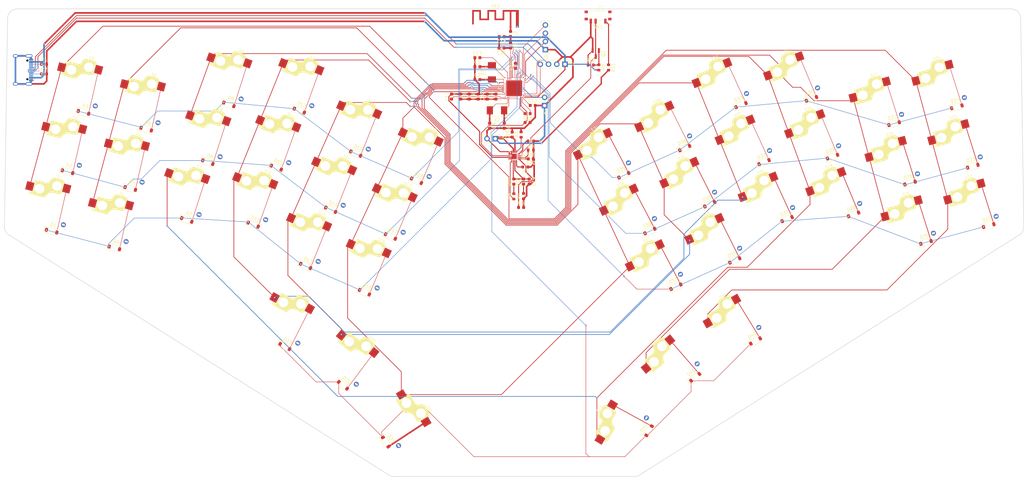
<source format=kicad_pcb>
(kicad_pcb (version 20221018) (generator pcbnew)
  (layers (0 "F.Cu" signal) (31 "B.Cu" signal) (34 "B.Paste" user) (35 "F.Paste" user) (36 "B.SilkS" user "B.Silkscreen") (37 "F.SilkS" user "F.Silkscreen") (38 "B.Mask" user) (39 "F.Mask" user) (44 "Edge.Cuts" user))
  (net 0 "")
  (net 1 "ROW0")
  (net 2 "ROW1")
  (net 3 "ROW2")
  (net 4 "ROW3")
  (net 5 "ROW4")
  (net 6 "ROW5")
  (net 7 "ROW6")
  (net 8 "COL0")
  (net 9 "COL1")
  (net 10 "COL2")
  (net 11 "COL3")
  (net 12 "COL4")
  (net 13 "COL5")
  (net 14 "GND")
  (net 15 "Net-(U1-XC1)")
  (net 16 "Net-(U1-XC2)")
  (net 17 "Net-(U1-XL1{slash}P0.00)")
  (net 18 "Net-(U1-XL2{slash}P0.01)")
  (net 19 "VDD")
  (net 20 "VBUS")
  (net 21 "Net-(U1-DEC1)")
  (net 22 "Net-(U1-DECUSB)")
  (net 23 "VDDH")
  (net 24 "Net-(U1-DEC5)")
  (net 25 "Net-(U1-ANT)")
  (net 26 "Net-(C16-Pad1)")
  (net 27 "Net-(U1-DEC3)")
  (net 28 "USBD+")
  (net 29 "USBD-")
  (net 30 "SWD")
  (net 31 "SWC")
  (net 32 "RESET")
  (net 33 "Net-(U1-DCCH)")
  (net 34 "Net-(AE1-A)")
  (net 35 "Net-(D1-A)")
  (net 64 "Net-(D2-A)")
  (net 65 "Net-(D3-A)")
  (net 66 "Net-(D4-A)")
  (net 67 "Net-(D5-A)")
  (net 68 "Net-(D6-A)")
  (net 69 "Net-(D7-A)")
  (net 70 "Net-(D8-A)")
  (net 71 "Net-(D9-A)")
  (net 72 "Net-(D10-A)")
  (net 73 "Net-(D11-A)")
  (net 74 "Net-(D12-A)")
  (net 75 "Net-(D13-A)")
  (net 76 "Net-(D14-A)")
  (net 77 "Net-(D15-A)")
  (net 78 "Net-(D16-A)")
  (net 79 "Net-(D17-A)")
  (net 80 "Net-(D18-A)")
  (net 81 "Net-(D19-A)")
  (net 82 "Net-(D20-A)")
  (net 83 "Net-(D21-A)")
  (net 84 "Net-(D22-A)")
  (net 85 "Net-(D23-A)")
  (net 86 "Net-(D24-A)")
  (net 87 "Net-(D25-A)")
  (net 88 "Net-(D26-A)")
  (net 89 "Net-(D27-A)")
  (net 90 "Net-(D28-A)")
  (net 91 "Net-(D29-A)")
  (net 92 "Net-(D30-A)")
  (net 93 "Net-(D31-A)")
  (net 94 "Net-(D32-A)")
  (net 95 "Net-(D33-A)")
  (net 96 "Net-(D34-A)")
  (net 97 "Net-(D35-A)")
  (net 98 "Net-(D36-A)")
  (net 99 "Net-(D37-A)")
  (net 100 "Net-(D38-A)")
  (net 101 "Net-(D39-A)")
  (net 102 "Net-(D40-A)")
  (net 103 "Net-(D41-A)")
  (net 104 "Net-(D42-A)")
  (net 105 "Net-(J1-CC1)")
  (net 106 "Net-(J1-CC2)")
  (net 107 "VBAT")
  (net 108 "Net-(Q1-G)")
  (net 109 "SYSOFF")
  (net 118 "Net-(U2-TS)")
  (net 119 "Net-(U2-~{CHG})")
  (net 120 "Net-(U2-ILIM)")
  (net 121 "Net-(U2-TMR)")
  (net 122 "Net-(U2-ISET)")
  (net 123 "Net-(D43-K)")
  (net 124 "Net-(D44-K)")
  (net 125 "Net-(SW1-A)")
  (footprint "Connector_PinHeader_2.54mm:PinHeader_1x04_P2.54mm_Vertical" (layer "F.Cu") (at 236.8 120 -90)
    (fp_text reference "J2")
    (fp_text value "Conn_01x04")
  )
  (footprint "Diode_SMD:D_SOD-123" (layer "F.Cu") (at 78.333259 171.572187 -15)
    (fp_text reference "D1")
    (fp_text value "D_Small")
  )
  (footprint "Diode_SMD:D_SOD-123" (layer "F.Cu") (at 168.250819 219.201268 -39)
    (fp_text reference "D20")
    (fp_text value "D_Small")
  )
  (footprint "Diode_SMD:D_SOD-123" (layer "F.Cu") (at 357.755602 133.174533 15)
    (fp_text reference "D24")
    (fp_text value "D_Small")
  )
  (footprint "Diode_SMD:D_SOD-123" (layer "F.Cu") (at 140.55646 169.558965 -22)
    (fp_text reference "D10")
    (fp_text value "D_Small")
  )
  (footprint "Diode_SMD:D_SOD-123" (layer "F.Cu") (at 312.880533 130.70591 20)
    (fp_text reference "D30")
    (fp_text value "D_Small")
  )
  (footprint "RF_Antenna:Texas_SWRA117D_2.4GHz_Left" (layer "F.Cu") (at 220 108.401)
    (fp_text reference "AE1")
    (fp_text value "Antenna")
  )
  (footprint "kbd:keyswitch_choc12_hotswap_1u" (layer "F.Cu") (at 184.494438 165.137221 155)
    (fp_text reference "S17")
    (fp_text value "SW_PUSH" hide)
  )
  (footprint "Capacitor_SMD:C_0603_1608Metric" (layer "F.Cu") (at 209.75 120.75)
    (fp_text reference "C1")
    (fp_text value "12pF")
  )
  (footprint "Connector_PinHeader_2.54mm:PinHeader_1x02_P2.54mm_Vertical" (layer "F.Cu") (at 230.5 132.775 180)
    (fp_text reference "J6")
    (fp_text value "Conn_01x02")
  )
  (footprint "Diode_SMD:D_SOD-123" (layer "F.Cu") (at 305.367525 167.866493 22)
    (fp_text reference "D31")
    (fp_text value "D_Small")
  )
  (footprint "Diode_SMD:D_SOD-123" (layer "F.Cu") (at 156.721302 182.323836 -24)
    (fp_text reference "D13")
    (fp_text value "D_Small")
  )
  (footprint "Capacitor_SMD:C_0603_1608Metric" (layer "F.Cu") (at 210 130 90)
    (fp_text reference "C9")
    (fp_text value "100nF")
  )
  (footprint "Diode_SMD:D_SOD-123" (layer "F.Cu") (at 190.955855 156.013071 -25)
    (fp_text reference "D18")
    (fp_text value "D_Small")
  )
  (footprint "kbd:keyswitch_choc12_hotswap_1u" (layer "F.Cu") (at 97.838773 168.516464 165)
    (fp_text reference "S4")
    (fp_text value "SW_PUSH" hide)
  )
  (footprint "Capacitor_SMD:C_0603_1608Metric" (layer "F.Cu") (at 201.75 130 90)
    (fp_text reference "C11")
    (fp_text value "100nF")
  )
  (footprint "kbd:keyswitch_choc12_hotswap_1u" (layer "F.Cu") (at 344.359597 168.516464 -165)
    (fp_text reference "S25")
    (fp_text value "SW_PUSH" hide)
  )
  (footprint "Resistor_SMD:R_0603_1608Metric" (layer "F.Cu") (at 224.575 151.75 180)
    (fp_text reference "R7")
    (fp_text value "1.5k")
  )
  (footprint "Diode_SMD:D_SOD-123" (layer "F.Cu") (at 343.306351 156.716446 15)
    (fp_text reference "D26")
    (fp_text value "D_Small")
  )
  (footprint "kbd:keyswitch_choc12_hotswap_1u" (layer "F.Cu") (at 300.499425 161.392281 -158)
    (fp_text reference "S31")
    (fp_text value "SW_PUSH" hide)
  )
  (footprint "Capacitor_SMD:C_0603_1608Metric" (layer "F.Cu") (at 225.25 138)
    (fp_text reference "C13")
    (fp_text value "4.7uF")
  )
  (footprint "Inductor_SMD:L_0603_1608Metric" (layer "F.Cu") (at 220 110.646 -90)
    (fp_text reference "L3")
    (fp_text value "2.2nH")
  )
  (footprint "Capacitor_SMD:C_0603_1608Metric" (layer "F.Cu") (at 212.75 130 90)
    (fp_text reference "C10")
    (fp_text value "4.7uF")
  )
  (footprint "Inductor_SMD:L_0603_1608Metric" (layer "F.Cu") (at 220 114.202 -90)
    (fp_text reference "L2")
    (fp_text value "4.7nH")
  )
  (footprint "Capacitor_SMD:C_0603_1608Metric" (layer "F.Cu") (at 204.5 130 90)
    (fp_text reference "C7")
    (fp_text value "100nF")
  )
  (footprint "Capacitor_SMD:C_0603_1608Metric" (layer "F.Cu") (at 226.25 149.25)
    (fp_text reference "C20")
    (fp_text value "4.7uF")
  )
  (footprint "Diode_SMD:D_SOD-123" (layer "F.Cu") (at 262.997878 171.540448 25)
    (fp_text reference "D38")
    (fp_text value "D_Small")
  )
  (footprint "Diode_SMD:D_SOD-123" (layer "F.Cu") (at 291.132475 132.633506 22)
    (fp_text reference "D33")
    (fp_text value "D_Small")
  )
  (footprint "Connector_PinHeader_2.54mm:PinHeader_1x02_P2.54mm_Vertical" (layer "F.Cu") (at 215.275 143 -90)
    (fp_text reference "J4")
    (fp_text value "Conn_01x02")
  )
  (footprint "Capacitor_SMD:C_0603_1608Metric" (layer "F.Cu") (at 221.5 120.5 90)
    (fp_text reference "C14")
    (fp_text value "820pF")
  )
  (footprint "Diode_SMD:D_SOD-123" (layer "F.Cu") (at 126.54507 150.252542 -20)
    (fp_text reference "D8")
    (fp_text value "D_Small")
  )
  (footprint "Diode_SMD:D_SOD-123" (layer "F.Cu") (at 164.449299 164.966472 -24)
    (fp_text reference "D14")
    (fp_text value "D_Small")
  )
  (footprint "kbd:keyswitch_choc12_hotswap_1u" (layer "F.Cu") (at 308.298142 124.196801 -160)
    (fp_text reference "S30")
    (fp_text value "SW_PUSH" hide)
  )
  (footprint "kbd:keyswitch_choc12_hotswap_1u" (layer "F.Cu") (at 293.3819 143.775788 -158)
    (fp_text reference "S32")
    (fp_text value "SW_PUSH" hide)
  )
  (footprint "Diode_SMD:D_SOD-123" (layer "F.Cu") (at 147.673985 151.942472 -22)
    (fp_text reference "D11")
    (fp_text value "D_Small")
  )
  (footprint "Capacitor_SMD:C_0603_1608Metric" (layer "F.Cu") (at 217.193 115 180)
    (fp_text reference "C15")
    (fp_text value "1.0pF")
  )
  (footprint "Diode_SMD:D_SOD-123" (layer "F.Cu") (at 271.027625 188.760295 25)
    (fp_text reference "D37")
    (fp_text value "D_Small")
  )
  (footprint "kbd:keyswitch_choc12_hotswap_1u" (layer "F.Cu") (at 120.903463 159.90512 160)
    (fp_text reference "S7")
    (fp_text value "SW_PUSH" hide)
  )
  (footprint "Capacitor_SMD:C_0603_1608Metric" (layer "F.Cu") (at 207.25 130 90)
    (fp_text reference "C8")
    (fp_text value "100nF")
  )
  (footprint "Resistor_SMD:R_0603_1608Metric" (layer "F.Cu") (at 223.25 141.75 90)
    (fp_text reference "R3")
    (fp_text value "10k")
  )
  (footprint "LED_SMD:LED_0603_1608Metric" (layer "F.Cu") (at 224 156.25 90)
    (fp_text reference "D43")
    (fp_text value "LED_PGOOD")
  )
  (footprint "Package_TO_SOT_SMD:SOT-23" (layer "F.Cu") (at 246.3 116.6875 -90)
    (fp_text reference "Q1")
    (fp_text value "2N7002")
  )
  (footprint "kbd:keyswitch_choc12_hotswap_1u" (layer "F.Cu") (at 363.72641 163.327142 -165)
    (fp_text reference "S22")
    (fp_text value "SW_PUSH" hide)
  )
  (footprint "kbd:keyswitch_choc12_hotswap_1u" (layer "F.Cu") (at 249.674185 147.917373 -155)
    (fp_text reference "S39")
    (fp_text value "SW_PUSH" hide)
  )
  (footprint "kbd:keyswitch_choc12_hotswap_1u" (layer "F.Cu") (at 127.401846 142.050961 160)
    (fp_text reference "S8")
    (fp_text value "SW_PUSH" hide)
  )
  (footprint "kbd:keyswitch_choc12_hotswap_1u" (layer "F.Cu") (at 265.733679 182.357069 -155)
    (fp_text reference "S37")
    (fp_text value "SW_PUSH" hide)
  )
  (footprint "kbd:keyswitch_choc12_hotswap_1u" (layer "F.Cu") (at 192.524185 147.917373 155)
    (fp_text reference "S18")
    (fp_text value "SW_PUSH" hide)
  )
  (footprint "kbd:keyswitch_choc12_hotswap_1u" (layer "F.Cu") (at 254.931391 230.907638 -121)
    (fp_text reference "S42")
    (fp_text value "SW_PUSH" hide)
  )
  (footprint "kbd:keyswitch_choc12_hotswap_1u" (layer "F.Cu") (at 88.307084 126.621961 165)
    (fp_text reference "S3")
    (fp_text value "SW_PUSH" hide)
  )
  (footprint "kbd:keyswitch_choc12_hotswap_1u" (layer "F.Cu") (at 171.731091 211.725459 141)
    (fp_text reference "S20")
    (fp_text value "SW_PUSH" hide)
  )
  (footprint "kbd:keyswitch_choc12_hotswap_1u" (layer "F.Cu") (at 276.322269 156.844635 -156)
    (fp_text reference "S35")
    (fp_text value "SW_PUSH" hide)
  )
  (footprint "Inductor_SMD:L_0603_1608Metric" (layer "F.Cu") (at 225.25 135.25 180)
    (fp_text reference "L1")
    (fp_text value "10uH")
  )
  (footprint "kbd:keyswitch_choc12_hotswap_1u" (layer "F.Cu") (at 173.604097 139.487271 156)
    (fp_text reference "S15")
    (fp_text value "SW_PUSH" hide)
  )
  (footprint "Package_DFN_QFN:VQFN-16-1EP_3x3mm_P0.5mm_EP1.6x1.6mm" (layer "F.Cu") (at 221.099185 148.5 -90)
    (fp_text reference "U2")
    (fp_text value "BQ24075RGT")
  )
  (footprint "Diode_SMD:D_SOD-123" (layer "F.Cu") (at 120.046687 168.106702 -20)
    (fp_text reference "D7")
    (fp_text value "D_Small")
  )
  (footprint "Diode_SMD:D_SOD-123" (layer "F.Cu") (at 367.590726 169.879715 15)
    (fp_text reference "D22")
    (fp_text value "D_Small")
  )
  (footprint "kbd:keyswitch_choc12_hotswap_1u" (layer "F.Cu") (at 152.44837 199.25 151)
    (fp_text reference "S19")
    (fp_text value "SW_PUSH" hide)
  )
  (footprint "Button_Switch_SMD:SW_SPDT_PCM12" (layer "F.Cu") (at 247 105.25 180)
    (fp_text reference "SW1")
    (fp_text value "SW_SPDT")
  )
  (footprint "kbd:keyswitch_choc12_hotswap_1u" (layer "F.Cu") (at 187.266979 230.907638 121)
    (fp_text reference "S21")
    (fp_text value "SW_PUSH" hide)
  )
  (footprint "Diode_SMD:D_SOD-123" (layer "F.Cu") (at 97.700072 176.761509 -15)
    (fp_text reference "D4")
    (fp_text value "D_Small")
  )
  (footprint "kbd:keyswitch_choc12_hotswap_1u" (layer "F.Cu") (at 358.808848 144.974551 -165)
    (fp_text reference "S23")
    (fp_text value "SW_PUSH" hide)
  )
  (footprint "Diode_SMD:D_SOD-123" (layer "F.Cu") (at 295.604852 205.524105 29)
    (fp_text reference "D40")
    (fp_text value "D_Small")
  )
  (footprint "Diode_SMD:D_SOD-123" (layer "F.Cu") (at 281.474687 163.274 24)
    (fp_text reference "D35")
    (fp_text value "D_Small")
  )
  (footprint "Diode_SMD:D_SOD-123" (layer "F.Cu") (at 325.877298 166.41423 20)
    (fp_text reference "D28")
    (fp_text value "D_Small")
  )
  (footprint "LED_SMD:LED_0603_1608Metric" (layer "F.Cu") (at 221 156.25 90)
    (fp_text reference "D44")
    (fp_text value "LED_CHARGE")
  )
  (footprint "Diode_SMD:D_SOD-123" (layer "F.Cu") (at 83.250821 153.219596 -15)
    (fp_text reference "D2")
    (fp_text value "D_Small")
  )
  (footprint "kbd:keyswitch_choc12_hotswap_1u" (layer "F.Cu") (at 270.467279 211.725459 -141)
    (fp_text reference "S41")
    (fp_text value "SW_PUSH" hide)
  )
  (footprint "Diode_SMD:D_SOD-123" (layer "F.Cu") (at 298.25 150.25 22)
    (fp_text reference "D32")
    (fp_text value "D_Small")
  )
  (footprint "Resistor_SMD:R_0603_1608Metric" (layer "F.Cu") (at 250.25 121 -90)
    (fp_text reference "R11")
    (fp_text value "100k")
  )
  (footprint "Capacitor_SMD:C_0603_1608Metric" (layer "F.Cu") (at 209.75 117.97 180)
    (fp_text reference "C17")
    (fp_text value "100pF")
  )
  (footprint "kbd:keyswitch_choc12_hotswap_1u" (layer "F.Cu") (at 176.464691 182.357069 155)
    (fp_text reference "S16")
    (fp_text value "SW_PUSH" hide)
  )
  (footprint "kbd:keyswitch_choc12_hotswap_1u" (layer "F.Cu") (at 165.876101 156.844635 156)
    (fp_text reference "S14")
    (fp_text value "SW_PUSH" hide)
  )
  (footprint "Diode_SMD:D_SOD-123" (layer "F.Cu") (at 133.043452 132.398382 -20)
    (fp_text reference "D9")
    (fp_text value "D_Small")
  )
  (footprint "Diode_SMD:D_SOD-123" (layer "F.Cu") (at 150.319133 207.216577 -29)
    (fp_text reference "D19")
    (fp_text value "D_Small")
  )
  (footprint "Resistor_SMD:R_0603_1608Metric" (layer "F.Cu") (at 244.75 120.25)
    (fp_text reference "R10")
    (fp_text value "10k")
  )
  (footprint "kbd:keyswitch_choc12_hotswap_1u" (layer "F.Cu") (at 286.264375 126.159294 -158)
    (fp_text reference "S33")
    (fp_text value "SW_PUSH" hide)
  )
  (footprint "Resistor_SMD:R_0603_1608Metric" (layer "F.Cu") (at 226.25 143.75 180)
    (fp_text reference "R6")
    (fp_text value "3.9k")
  )
  (footprint "kbd:keyswitch_choc12_hotswap_1u" (layer "F.Cu") (at 148.81647 143.775788 158)
    (fp_text reference "S11")
    (fp_text value "SW_PUSH" hide)
  )
  (footprint "kbd:keyswitch_choc12_hotswap_1u" (layer "F.Cu") (at 102.756335 150.163873 165)
    (fp_text reference "S5")
    (fp_text value "SW_PUSH" hide)
  )
  (footprint "Package_DFN_QFN:Nordic_AQFN-73-1EP_7x7mm_P0.5mm" (layer "F.Cu") (at 221.099185 127.408408 90)
    (fp_text reference "U1")
    (fp_text value "nRF52840")
  )
  (footprint "kbd:keyswitch_choc12_hotswap_1u" (layer "F.Cu") (at 321.294907 159.90512 -160)
    (fp_text reference "S28")
    (fp_text value "SW_PUSH" hide)
  )
  (footprint "Connector_PinHeader_2.54mm:PinHeader_1x04_P2.54mm_Vertical" (layer "F.Cu") (at 230.75 115.5 180)
    (fp_text reference "J3")
    (fp_text value "Conn_01x04")
  )
  (footprint "Diode_SMD:D_SOD-123" (layer "F.Cu") (at 182.926108 173.23292 -25)
    (fp_text reference "D17")
    (fp_text value "D_Small")
  )
  (footprint "Diode_SMD:D_SOD-123" (layer "F.Cu") (at 172.177295 147.609108 -24)
    (fp_text reference "D15")
    (fp_text value "D_Small")
  )
  (footprint "Diode_SMD:D_SOD-123" (layer "F.Cu") (at 254.968131 154.320599 25)
    (fp_text reference "D39")
    (fp_text value "D_Small")
  )
  (footprint "Capacitor_SMD:C_0603_1608Metric" (layer "F.Cu") (at 209.75 124.75)
    (fp_text reference "C2")
    (fp_text value "12pF")
  )
  (footprint "Resistor_SMD:R_0603_1608Metric" (layer "F.Cu") (at 226.25 146.5 180)
    (fp_text reference "R8")
    (fp_text value "47k")
  )
  (footprint "kbd:keyswitch_choc12_hotswap_1u" (layer "F.Cu") (at 83.389522 144.974551 165)
    (fp_text reference "S2")
    (fp_text value "SW_PUSH" hide)
  )
  (footprint "kbd:keyswitch_choc12_hotswap_1u" (layer "F.Cu") (at 339.442035 150.163873 -165)
    (fp_text reference "S26")
    (fp_text value "SW_PUSH" hide)
  )
  (footprint "Diode_SMD:D_SOD-123" (layer "F.Cu") (at 348.223913 175.069037 15)
    (fp_text reference "D25")
    (fp_text value "D_Small")
  )
  (footprint "kbd:keyswitch_choc12_hotswap_1u" (layer "F.Cu") (at 141.698945 161.392281 158)
    (fp_text reference "S10")
    (fp_text value "SW_PUSH" hide)
  )
  (footprint "kbd:keyswitch_choc12_hotswap_1u" (layer "F.Cu") (at 314.796525 142.050961 -160)
    (fp_text reference "S29")
    (fp_text value "SW_PUSH" hide)
  )
  (footprint "Diode_SMD:D_SOD-123" (layer "F.Cu") (at 277 216.75 39)
    (fp_text reference "D41")
    (fp_text value "D_Small")
  )
  (footprint "kbd:keyswitch_choc12_hotswap_1u" (layer "F.Cu") (at 107.673897 131.811282 165)
    (fp_text reference "S6")
    (fp_text value "SW_PUSH" hide)
  )
  (footprint "kbd:keyswitch_choc12_hotswap_1u" (layer "F.Cu") (at 284.050266 174.201999 -156)
    (fp_text reference "S34")
    (fp_text value "SW_PUSH" hide)
  )
  (footprint "kbd:keyswitch_choc12_hotswap_1u" (layer "F.Cu") (at 334.524474 131.811282 -165)
    (fp_text reference "S27")
    (fp_text value "SW_PUSH" hide)
  )
  (footprint "Capacitor_SMD:C_0603_1608Metric" (layer "F.Cu") (at 213.55 139 -90)
    (fp_text reference "C3")
    (fp_text value "12pF")
  )
  (footprint "Capacitor_SMD:C_0603_1608Metric" (layer "F.Cu") (at 223.25 164.25)
    (fp_text reference "C6")
    (fp_text value "4.7uF")
  )
  (footprint "kbd:keyswitch_choc12_hotswap_1u" (layer "F.Cu") (at 353.891286 126.621961 -165)
    (fp_text reference "S24")
    (fp_text value "SW_PUSH" hide)
  )
  (footprint "Resistor_SMD:R_0603_1608Metric" (layer "F.Cu") (at 76 120)
    (fp_text reference "R1")
    (fp_text value "5.1k")
  )
  (footprint "Diode_SMD:D_SOD-123" (layer "F.Cu") (at 338.388789 138.363855 15)
    (fp_text reference "D27")
    (fp_text value "D_Small")
  )
  (footprint "Diode_SMD:D_SOD-123" (layer "F.Cu") (at 174.896361 190.452767 -25)
    (fp_text reference "D16")
    (fp_text value "D_Small")
  )
  (footprint "Diode_SMD:D_SOD-123" (layer "F.Cu") (at 154.791511 134.325978 -22)
    (fp_text reference "D12")
    (fp_text value "D_Small")
  )
  (footprint "Diode_SMD:D_SOD-123" (layer "F.Cu") (at 319.378915 148.56007 20)
    (fp_text reference "D29")
    (fp_text value "D_Small")
  )
  (footprint "kbd:keyswitch_choc12_hotswap_1u" (layer "F.Cu") (at 133.900228 124.196801 160)
    (fp_text reference "S9")
    (fp_text value "SW_PUSH" hide)
  )
  (footprint "kbd:keyswitch_choc12_hotswap_1u" (layer "F.Cu") (at 268.594273 139.487271 -156)
    (fp_text reference "S36")
    (fp_text value "SW_PUSH" hide)
  )
  (footprint "Capacitor_SMD:C_0603_1608Metric" (layer "F.Cu") (at 226.85 132.74)
    (fp_text reference "C12")
    (fp_text value "4.7uF")
  )
  (footprint "Diode_SMD:D_SOD-123" (layer "F.Cu") (at 262.75 233.25 59)
    (fp_text reference "D42")
    (fp_text value "D_Small")
  )
  (footprint "Capacitor_SMD:C_0603_1608Metric" (layer "F.Cu") (at 217.25 111.5 180)
    (fp_text reference "C16")
    (fp_text value "1.2pF")
  )
  (footprint "Resistor_SMD:R_0603_1608Metric" (layer "F.Cu") (at 76 123)
    (fp_text reference "R2")
    (fp_text value "5.1k")
  )
  (footprint "Resistor_SMD:R_0603_1608Metric" (layer "F.Cu") (at 221 160.825 90)
    (fp_text reference "R5")
    (fp_text value "1.5k")
  )
  (footprint "Capacitor_SMD:C_0603_1608Metric" (layer "F.Cu") (at 220.5 141.75 90)
    (fp_text reference "C18")
    (fp_text value "4.7uF")
  )
  (footprint "kbd:keyswitch_choc12_hotswap_1u" (layer "F.Cu") (at 289.75 199.25 -151)
    (fp_text reference "S40")
    (fp_text value "SW_PUSH" hide)
  )
  (footprint "Diode_SMD:D_SOD-123" (layer "F.Cu") (at 273.74669 145.916636 24)
    (fp_text reference "D36")
    (fp_text value "D_Small")
  )
  (footprint "Diode_SMD:D_SOD-123" (layer "F.Cu") (at 107.535196 140.056327 -15)
    (fp_text reference "D6")
    (fp_text value "D_Small")
  )
  (footprint "Diode_SMD:D_SOD-123" (layer "F.Cu") (at 289.202683 180.631364 24)
    (fp_text reference "D34")
    (fp_text value "D_Small")
  )
  (footprint "Resistor_SMD:R_0603_1608Metric" (layer "F.Cu") (at 224 160.75 90)
    (fp_text reference "R4")
    (fp_text value "1.5k")
  )
  (footprint "kbd:keyswitch_choc12_hotswap_1u" (layer "F.Cu") (at 78.47196 163.327142 165)
    (fp_text reference "S1")
    (fp_text value "SW_PUSH" hide)
  )
  (footprint "Resistor_SMD:R_0603_1608Metric" (layer "F.Cu") (at 247.25 121 -90)
    (fp_text reference "R9")
    (fp_text value "100")
  )
  (footprint "Crystal:Crystal_SMD_0603-2Pin_6.0x3.5mm" (layer "F.Cu") (at 214.25 122.5 90)
    (fp_text reference "X1")
    (fp_text value "32MHz")
  )
  (footprint "Diode_SMD:D_SOD-123" (layer "F.Cu") (at 102.617634 158.408918 -15)
    (fp_text reference "D5")
    (fp_text value "D_Small")
  )
  (footprint "kbd:keyswitch_choc12_hotswap_1u" (layer "F.Cu") (at 257.703932 165.137221 -155)
    (fp_text reference "S38")
    (fp_text value "SW_PUSH" hide)
  )
  (footprint "kbd:keyswitch_choc12_hotswap_1u" (layer "F.Cu") (at 158.148105 174.201999 156)
    (fp_text reference "S13")
    (fp_text value "SW_PUSH" hide)
  )
  (footprint "kbd:keyswitch_choc12_hotswap_1u" (layer "F.Cu") (at 155.933996 126.159294 158)
    (fp_text reference "S12")
    (fp_text value "SW_PUSH" hide)
  )
  (footprint "Crystal:Crystal_SMD_0603-2Pin_6.0x3.5mm" (layer "F.Cu") (at 215.8 134.25 180)
    (fp_text reference "X2")
    (fp_text value "32.768kHz")
  )
  (footprint "Diode_SMD:D_SOD-123" (layer "F.Cu") (at 362.673164 151.527124 15)
    (fp_text reference "D23")
    (fp_text value "D_Small")
  )
  (footprint "Capacitor_SMD:C_0603_1608Metric" (layer "F.Cu") (at 215.49 130.0025 90)
    (fp_text reference "C5")
    (fp_text value "1.0uF")
  )
  (footprint "Diode_SMD:D_SOD-123" (layer "F.Cu") (at 88.168383 134.867005 -15)
    (fp_text reference "D3")
    (fp_text value "D_Small")
  )
  (footprint "Capacitor_SMD:C_0603_1608Metric" (layer "F.Cu") (at 225.75 156.25 -90)
    (fp_text reference "C19")
    (fp_text value "4.7uF")
  )
  (footprint "Capacitor_SMD:C_0603_1608Metric" (layer "F.Cu") (at 218.05 139 -90)
    (fp_text reference "C4")
    (fp_text value "12pF")
  )
  (footprint "Diode_SMD:D_SOD-123" (layer "F.Cu") (at 181.439716 236.742278 -59)
    (fp_text reference "D21")
    (fp_text value "D_Small")
  )
  (footprint "Connector_USB:USB_C_Receptacle_HCTL_HC-TYPE-C-16P-01A" (layer "B.Cu") (at 68.25 121.75 90)
    (fp_text reference "J1")
    (fp_text value "USB_C_Receptacle_USB2.0_14P")
  )
  (gr_line locked (start 63.769844 170.148985) (end 64.74297 105.845687) (stroke (width 0.15)) (layer "Edge.Cuts"))
  (gr_line locked (start 67.742626 102.891082) (end 374.455744 102.891082) (stroke (width 0.15)) (layer "Edge.Cuts"))
  (gr_line locked (start 258.175864 247.408408) (end 184.022506 247.408408) (stroke (width 0.15)) (layer "Edge.Cuts"))
  (gr_arc locked (start 64.742969 105.845687) (mid 65.637416 103.753772) (end 67.742626 102.891082) (stroke (width 0.15)) (layer "Edge.Cuts"))
  (gr_arc locked (start 378.428527 170.148985) (mid 378.067811 171.621305) (end 377.033313 172.729289) (stroke (width 0.15)) (layer "Edge.Cuts"))
  (gr_line locked (start 182.418063 246.943317) (end 65.165057 172.729289) (stroke (width 0.15)) (layer "Edge.Cuts"))
  (gr_line locked (start 377.4554 105.845687) (end 378.428526 170.148985) (stroke (width 0.15)) (layer "Edge.Cuts"))
  (gr_line locked (start 377.033313 172.729289) (end 259.780307 246.943317) (stroke (width 0.15)) (layer "Edge.Cuts"))
  (gr_arc locked (start 184.022506 247.408408) (mid 183.18726 247.28979) (end 182.418063 246.943317) (stroke (width 0.15)) (layer "Edge.Cuts"))
  (gr_arc locked (start 65.165057 172.729288) (mid 64.130576 171.62129) (end 63.769844 170.148985) (stroke (width 0.15)) (layer "Edge.Cuts"))
  (gr_arc locked (start 259.780307 246.943317) (mid 259.011111 247.28979) (end 258.175864 247.408408) (stroke (width 0.15)) (layer "Edge.Cuts"))
  (gr_arc locked (start 374.455744 102.891083) (mid 376.560978 103.753764) (end 377.4554 105.845687) (stroke (width 0.15)) (layer "Edge.Cuts"))
  (segment (start 221.849185 123.239985) (end 221.849185 124.158408) (width 0.127) (layer "F.Cu") (net 1))
  (segment (start 222.4195 116.4195) (end 222.4195 122.66967) (width 0.127) (layer "F.Cu") (net 1))
  (segment (start 221.75 115.75) (end 222.4195 116.4195) (width 0.127) (layer "F.Cu") (net 1))
  (segment (start 222.4195 122.66967) (end 221.849185 123.239985) (width 0.127) (layer "F.Cu") (net 1))
  (via (at 139 168.75) (size 0.5) (drill 0.3) (layers "F.Cu" "B.Cu") (net 1))
  (via (at 118.5 167.5) (size 0.5) (drill 0.3) (layers "F.Cu" "B.Cu") (net 1))
  (via (at 96 176.25) (size 0.5) (drill 0.3) (layers "F.Cu" "B.Cu") (net 1))
  (via (at 173.5 189.75) (size 0.5) (drill 0.3) (layers "F.Cu" "B.Cu") (net 1))
  (via (at 76.75 171.25) (size 0.5) (drill 0.3) (layers "F.Cu" "B.Cu") (net 1))
  (via (at 155.25 181.75) (size 0.5) (drill 0.3) (layers "F.Cu" "B.Cu") (net 1))
  (via (at 221.75 115.75) (size 0.5) (drill 0.3) (layers "F.Cu" "B.Cu") (net 1))
  (segment (start 213.9805 149.2695) (end 213.9805 141.16029) (width 0.127) (layer "B.Cu") (net 1))
  (segment (start 213.9805 141.16029) (end 222 133.14079) (width 0.127) (layer "B.Cu") (net 1))
  (segment (start 96 176.25) (end 96 175.375186) (width 0.127) (layer "B.Cu") (net 1))
  (segment (start 222 116) (end 221.75 115.75) (width 0.127) (layer "B.Cu") (net 1))
  (segment (start 173.5 189.75) (end 155.25 181.75) (width 0.127) (layer "B.Cu") (net 1))
  (segment (start 76.75 171.25) (end 96 176.25) (width 0.127) (layer "B.Cu") (net 1))
  (segment (start 96 175.375186) (end 103.875186 167.5) (width 0.127) (layer "B.Cu") (net 1))
  (segment (start 222 133.14079) (end 222 116) (width 0.127) (layer "B.Cu") (net 1))
  (segment (start 139 168.75) (end 155.25 181.75) (width 0.127) (layer "B.Cu") (net 1))
  (segment (start 173.5 189.75) (end 213.9805 149.2695) (width 0.127) (layer "B.Cu") (net 1))
  (segment (start 118.5 167.5) (end 139 168.75) (width 0.127) (layer "B.Cu") (net 1))
  (segment (start 103.875186 167.5) (end 118.5 167.5) (width 0.127) (layer "B.Cu") (net 1))
  (segment (start 222.1655 117.4155) (end 222.1655 120.12834) (width 0.127) (layer "F.Cu") (net 2))
  (segment (start 221.79384 120.5) (end 221.20616 120.5) (width 0.127) (layer "F.Cu") (net 2))
  (segment (start 221.20616 120.5) (end 220.603185 121.102975) (width 0.127) (layer "F.Cu") (net 2))
  (segment (start 222.1655 120.12834) (end 221.79384 120.5) (width 0.127) (layer "F.Cu") (net 2))
  (segment (start 220.603185 121.102975) (end 220.603185 123.912408) (width 0.127) (layer "F.Cu") (net 2))
  (segment (start 221.25 116.5) (end 222.1655 117.4155) (width 0.127) (layer "F.Cu") (net 2))
  (segment (start 220.603185 123.912408) (end 220.849185 124.158408) (width 0.127) (layer "F.Cu") (net 2))
  (via (at 125 149.75) (size 0.5) (drill 0.3) (layers "F.Cu" "B.Cu") (net 2))
  (via (at 101 158) (size 0.5) (drill 0.3) (layers "F.Cu" "B.Cu") (net 2))
  (via (at 163 164.25) (size 0.5) (drill 0.3) (layers "F.Cu" "B.Cu") (net 2))
  (via (at 81.5 152.75) (size 0.5) (drill 0.3) (layers "F.Cu" "B.Cu") (net 2))
  (via (at 146 151.25) (size 0.5) (drill 0.3) (layers "F.Cu" "B.Cu") (net 2))
  (via (at 221.25 116.5) (size 0.5) (drill 0.3) (layers "F.Cu" "B.Cu") (net 2))
  (via (at 181.5 172.5) (size 0.5) (drill 0.3) (layers "F.Cu" "B.Cu") (net 2))
  (segment (start 204.25 121.75) (end 217.64079 121.75) (width 0.127) (layer "B.Cu") (net 2))
  (segment (start 125 149.75) (end 111.75 149.75) (width 0.127) (layer "B.Cu") (net 2))
  (segment (start 221.25 118.14079) (end 221.25 116.5) (width 0.127) (layer "B.Cu") (net 2))
  (segment (start 204.25 149.75) (end 204.25 121.75) (width 0.127) (layer "B.Cu") (net 2))
  (segment (start 106.008014 155.491986) (end 103.508014 155.491986) (width 0.127) (layer "B.Cu") (net 2))
  (segment (start 81.5 152.75) (end 101 158) (width 0.127) (layer "B.Cu") (net 2))
  (segment (start 217.64079 121.75) (end 221.25 118.14079) (width 0.127) (layer "B.Cu") (net 2))
  (segment (start 146 151.25) (end 163 164.25) (width 0.127) (layer "B.Cu") (net 2))
  (segment (start 125 149.75) (end 146 151.25) (width 0.127) (layer "B.Cu") (net 2))
  (segment (start 163 164.25) (end 181.5 172.5) (width 0.127) (layer "B.Cu") (net 2))
  (segment (start 103.508014 155.491986) (end 101 158) (width 0.127) (layer "B.Cu") (net 2))
  (segment (start 111.75 149.75) (end 106.008014 155.491986) (width 0.127) (layer "B.Cu") (net 2))
  (segment (start 181.5 172.5) (end 204.25 149.75) (width 0.127) (layer "B.Cu") (net 2))
  (segment (start 220.349185 124.158408) (end 220.349185 117.935014) (width 0.127) (layer "F.Cu") (net 3))
  (segment (start 220.349185 117.935014) (end 220.613896 117.670303) (width 0.127) (layer "F.Cu") (net 3))
  (via (at 170.75 147) (size 0.5) (drill 0.3) (layers "F.Cu" "B.Cu") (net 3))
  (via (at 220.613896 117.670303) (size 0.5) (drill 0.3) (layers "F.Cu" "B.Cu") (net 3))
  (via (at 153.25 133.75) (size 0.5) (drill 0.3) (layers "F.Cu" "B.Cu") (net 3))
  (via (at 106 139.5) (size 0.5) (drill 0.3) (layers "F.Cu" "B.Cu") (net 3))
  (via (at 131.5 131.75) (size 0.5) (drill 0.3) (layers "F.Cu" "B.Cu") (net 3))
  (via (at 189.5 155.25) (size 0.5) (drill 0.3) (layers "F.Cu" "B.Cu") (net 3))
  (via (at 86.5 134.5) (size 0.5) (drill 0.3) (layers "F.Cu" "B.Cu") (net 3))
  (segment (start 189.5 155.25) (end 203.923 140.827) (width 0.127) (layer "B.Cu") (net 3))
  (segment (start 216.861199 121.423) (end 220.613896 117.670303) (width 0.127) (layer "B.Cu") (net 3))
  (segment (start 204.114552 121.423) (end 216.861199 121.423) (width 0.127) (layer "B.Cu") (net 3))
  (segment (start 111.051713 134.448287) (end 106 139.5) (width 0.127) (layer "B.Cu") (net 3))
  (segment (start 170.75 147) (end 153.25 133.75) (width 0.127) (layer "B.Cu") (net 3))
  (segment (start 189.5 155.25) (end 170.75 147) (width 0.127) (layer "B.Cu") (net 3))
  (segment (start 131.5 131.75) (end 128.801713 134.448287) (width 0.127) (layer "B.Cu") (net 3))
  (segment (start 203.923 121.614552) (end 204.114552 121.423) (width 0.127) (layer "B.Cu") (net 3))
  (segment (start 203.923 140.827) (end 203.923 121.614552) (width 0.127) (layer "B.Cu") (net 3))
  (segment (start 128.801713 134.448287) (end 111.051713 134.448287) (width 0.127) (layer "B.Cu") (net 3))
  (segment (start 86.5 134.5) (end 106 139.5) (width 0.127) (layer "B.Cu") (net 3))
  (segment (start 153.25 133.75) (end 131.5 131.75) (width 0.127) (layer "B.Cu") (net 3))
  (segment (start 255.314513 241.25) (end 261.900187 234.664326) (width 0.127) (layer "F.Cu") (net 4))
  (segment (start 180.255976 234.994024) (end 180.589903 235.327952) (width 0.127) (layer "F.Cu") (net 4))
  (segment (start 275.717709 217.788379) (end 275.717709 221.163361) (width 0.127) (layer "F.Cu") (net 4))
  (segment (start 190.244266 227.007349) (end 191.462702 225.788913) (width 0.127) (layer "F.Cu") (net 4))
  (segment (start 180.255976 233.562863) (end 186.81149 227.007349) (width 0.127) (layer "F.Cu") (net 4))
  (segment (start 166.968528 218.162889) (end 166.968528 221.706577) (width 0.127) (layer "F.Cu") (net 4))
  (segment (start 193.18583 225.788913) (end 208.646917 241.25) (width 0.127) (layer "F.Cu") (net 4))
  (segment (start 180.255976 234.994024) (end 180.255976 233.562863) (width 0.127) (layer "F.Cu") (net 4))
  (segment (start 222.349185 124.158408) (end 222.349185 123.150815) (width 0.127) (layer "F.Cu") (net 4))
  (segment (start 282.697391 217.788379) (end 275.717709 217.788379) (width 0.127) (layer "F.Cu") (net 4))
  (segment (start 243.25 200.75) (end 243.25 240.25) (width 0.127) (layer "F.Cu") (net 4))
  (segment (start 244.25 241.25) (end 255.314513 241.25) (width 0.127) (layer "F.Cu") (net 4))
  (segment (start 208.646917 241.25) (end 244.25 241.25) (width 0.127) (layer "F.Cu") (net 4))
  (segment (start 148.87601 206.416641) (end 148.87601 207.080726) (width 0.127) (layer "F.Cu") (net 4))
  (segment (start 191.462702 225.788913) (end 193.18583 225.788913) (width 0.127) (layer "F.Cu") (net 4))
  (segment (start 294.161729 206.324041) (end 282.697391 217.788379) (width 0.127) (layer "F.Cu") (net 4))
  (segment (start 186.81149 227.007349) (end 190.244266 227.007349) (width 0.127) (layer "F.Cu") (net 4))
  (segment (start 275.717709 221.163361) (end 262.216744 234.664326) (width 0.127) (layer "F.Cu") (net 4))
  (segment (start 159.958173 218.162889) (end 166.968528 218.162889) (width 0.127) (layer "F.Cu") (net 4))
  (segment (start 148.87601 207.080726) (end 159.958173 218.162889) (width 0.127) (layer "F.Cu") (net 4))
  (segment (start 166.968528 221.706577) (end 180.255976 234.994024) (width 0.127) (layer "F.Cu") (net 4))
  (segment (start 222.349185 123.150815) (end 223 122.5) (width 0.127) (layer "F.Cu") (net 4))
  (segment (start 243.25 240.25) (end 244.25 241.25) (width 0.127) (layer "F.Cu") (net 4))
  (via (at 223 122.5) (size 0.5) (drill 0.3) (layers "F.Cu" "B.Cu") (net 4))
  (via (at 243.25 200.75) (size 0.5) (drill 0.3) (layers "F.Cu" "B.Cu") (net 4))
  (segment (start 223 133.194) (end 214.2345 141.9595) (width 0.127) (layer "B.Cu") (net 4))
  (segment (start 214.2345 171.7345) (end 243.25 200.75) (width 0.127) (layer "B.Cu") (net 4))
  (segment (start 223 122.5) (end 223 133.194) (width 0.127) (layer "B.Cu") (net 4))
  (segment (start 214.2345 141.9595) (end 214.2345 171.7345) (width 0.127) (layer "B.Cu") (net 4))
  (segment (start 269.5 189.5) (end 259 189.5) (width 0.127) (layer "F.Cu") (net 5))
  (segment (start 223.6435 116.6435) (end 223.6435 123.016547) (width 0.127) (layer "F.Cu") (net 5))
  (segment (start 259 189.5) (end 255 185.5) (width 0.127) (layer "F.Cu") (net 5))
  (segment (start 223.6435 123.016547) (end 222.849185 123.810862) (width 0.127) (layer "F.Cu") (net 5))
  (segment (start 222.75 115.75) (end 223.6435 116.6435) (width 0.127) (layer "F.Cu") (net 5))
  (segment (start 222.849185 123.810862) (end 222.849185 124.158408) (width 0.127) (layer "F.Cu") (net 5))
  (via (at 222.75 115.75) (size 0.5) (drill 0.3) (layers "F.Cu" "B.Cu") (net 5))
  (via (at 287.75 181.25) (size 0.5) (drill 0.3) (layers "F.Cu" "B.Cu") (net 5))
  (via (at 255 185.5) (size 0.5) (drill 0.3) (layers "F.Cu" "B.Cu") (net 5))
  (via (at 303.75 168.5) (size 0.5) (drill 0.3) (layers "F.Cu" "B.Cu") (net 5))
  (via (at 269.5 189.5) (size 0.5) (drill 0.3) (layers "F.Cu" "B.Cu") (net 5))
  (via (at 366 170.25) (size 0.5) (drill 0.3) (layers "F.Cu" "B.Cu") (net 5))
  (via (at 346.5 175.5) (size 0.5) (drill 0.3) (layers "F.Cu" "B.Cu") (net 5))
  (via (at 324.25 167) (size 0.5) (drill 0.3) (layers "F.Cu" "B.Cu") (net 5))
  (segment (start 226.25 124.75) (end 222.75 121.25) (width 0.127) (layer "B.Cu") (net 5))
  (segment (start 346.5 175.5) (end 366 170.25) (width 0.127) (layer "B.Cu") (net 5))
  (segment (start 231.577 162.077) (end 231.577 129.577) (width 0.127) (layer "B.Cu") (net 5))
  (segment (start 255 185.5) (end 231.577 162.077) (width 0.127) (layer "B.Cu") (net 5))
  (segment (start 231.577 129.577) (end 226.75 124.75) (width 0.127) (layer "B.Cu") (net 5))
  (segment (start 303.75 168.5) (end 324.25 167) (width 0.127) (layer "B.Cu") (net 5))
  (segment (start 222.75 121.25) (end 222.75 115.75) (width 0.127) (layer "B.Cu") (net 5))
  (segment (start 324.25 167) (end 346.5 175.5) (width 0.127) (layer "B.Cu") (net 5))
  (segment (start 287.75 181.25) (end 303.75 168.5) (width 0.127) (layer "B.Cu") (net 5))
  (segment (start 226.75 124.75) (end 226.25 124.75) (width 0.127) (layer "B.Cu") (net 5))
  (segment (start 269.5 189.5) (end 287.75 181.25) (width 0.127) (layer "B.Cu") (net 5))
  (segment (start 224.525961 125.158408) (end 224.349185 125.158408) (width 0.127) (layer "F.Cu") (net 6))
  (segment (start 226.25 123.25) (end 226.25 123.434369) (width 0.127) (layer "F.Cu") (net 6))
  (segment (start 226.25 123.434369) (end 224.525961 125.158408) (width 0.127) (layer "F.Cu") (net 6))
  (via (at 280 164) (size 0.5) (drill 0.3) (layers "F.Cu" "B.Cu") (net 6))
  (via (at 317.75 149) (size 0.5) (drill 0.3) (layers "F.Cu" "B.Cu") (net 6))
  (via (at 296.75 151) (size 0.5) (drill 0.3) (layers "F.Cu" "B.Cu") (net 6))
  (via (at 341.75 157.25) (size 0.5) (drill 0.3) (layers "F.Cu" "B.Cu") (net 6))
  (via (at 226.25 123.25) (size 0.5) (drill 0.3) (layers "F.Cu" "B.Cu") (net 6))
  (via (at 361 152) (size 0.5) (drill 0.3) (layers "F.Cu" "B.Cu") (net 6))
  (via (at 261.5 172.25) (size 0.5) (drill 0.3) (layers "F.Cu" "B.Cu") (net 6))
  (segment (start 226.885448 124.423) (end 226.385448 124.423) (width 0.127) (layer "B.Cu") (net 6))
  (segment (start 226.25 124.287552) (end 226.25 123.25) (width 0.127) (layer "B.Cu") (net 6))
  (segment (start 231.904 148.597997) (end 231.904 129.441552) (width 0.127) (layer "B.Cu") (net 6))
  (segment (start 261.5 172.25) (end 280 164) (width 0.127) (layer "B.Cu") (net 6))
  (segment (start 255.556003 172.25) (end 231.904 148.597997) (width 0.127) (layer "B.Cu") (net 6))
  (segment (start 226.385448 124.423) (end 226.25 124.287552) (width 0.127) (layer "B.Cu") (net 6))
  (segment (start 341.75 157.25) (end 317.75 149) (width 0.127) (layer "B.Cu") (net 6))
  (segment (start 261.5 172.25) (end 255.556003 172.25) (width 0.127) (layer "B.Cu") (net 6))
  (segment (start 361 152) (end 341.75 157.25) (width 0.127) (layer "B.Cu") (net 6))
  (segment (start 317.75 149) (end 296.75 151) (width 0.127) (layer "B.Cu") (net 6))
  (segment (start 231.904 129.441552) (end 226.885448 124.423) (width 0.127) (layer "B.Cu") (net 6))
  (segment (start 296.75 151) (end 280 164) (width 0.127) (layer "B.Cu") (net 6))
  (segment (start 224.349185 125.658408) (end 225.043739 125.658408) (width 0.127) (layer "F.Cu") (net 7))
  (segment (start 225.043739 125.658408) (end 226.955527 123.74662) (width 0.127) (layer "F.Cu") (net 7))
  (via (at 272.25 146.5) (size 0.5) (drill 0.3) (layers "F.Cu" "B.Cu") (net 7))
  (via (at 311.25 131.25) (size 0.5) (drill 0.3) (layers "F.Cu" "B.Cu") (net 7))
  (via (at 356.25 133.5) (size 0.5) (drill 0.3) (layers "F.Cu" "B.Cu") (net 7))
  (via (at 336.75 138.75) (size 0.5) (drill 0.3) (layers "F.Cu" "B.Cu") (net 7))
  (via (at 253.5 155) (size 0.5) (drill 0.3) (layers "F.Cu" "B.Cu") (net 7))
  (via (at 226.955527 123.74662) (size 0.5) (drill 0.3) (layers "F.Cu" "B.Cu") (net 7))
  (via (at 289.5 133.25) (size 0.5) (drill 0.3) (layers "F.Cu" "B.Cu") (net 7))
  (segment (start 311.25 131.25) (end 336.75 138.75) (width 0.127) (layer "B.Cu") (net 7))
  (segment (start 232.231 138.058599) (end 232.231 129.022093) (width 0.127) (layer "B.Cu") (net 7))
  (segment (start 336.75 138.75) (end 356.25 133.5) (width 0.127) (layer "B.Cu") (net 7))
  (segment (start 253.5 155) (end 251.399334 155) (width 0.127) (layer "B.Cu") (net 7))
  (segment (start 289.5 133.25) (end 311.25 131.25) (width 0.127) (layer "B.Cu") (net 7))
  (segment (start 232.231 129.022093) (end 226.955527 123.74662) (width 0.127) (layer "B.Cu") (net 7))
  (segment (start 251.399334 155) (end 245.149334 148.75) (width 0.127) (layer "B.Cu") (net 7))
  (segment (start 253.5 155) (end 272.25 146.5) (width 0.127) (layer "B.Cu") (net 7))
  (segment (start 272.25 146.5) (end 289.5 133.25) (width 0.127) (layer "B.Cu") (net 7))
  (segment (start 242.922401 148.75) (end 232.231 138.058599) (width 0.127) (layer "B.Cu") (net 7))
  (segment (start 245.149334 148.75) (end 242.922401 148.75) (width 0.127) (layer "B.Cu") (net 7))
  (segment (start 268.072572 115.677428) (end 237 146.75) (width 0.2) (layer "F.Cu") (net 8))
  (segment (start 81.440715 120.951601) (end 94.142316 108.25) (width 0.2) (layer "F.Cu") (net 8))
  (segment (start 280.871785 197.166018) (end 288.287803 189.75) (width 0.2) (layer "F.Cu") (net 8))
  (segment (start 217.849185 128.658408) (end 217.672409 128.658408) (width 0.2) (layer "F.Cu") (net 8))
  (segment (start 81.440715 120.951601) (end 76.523153 139.304191) (width 0.2) (layer "F.Cu") (net 8))
  (segment (start 194.897157 130.248823) (end 194.897157 129.852843) (width 0.2) (layer "F.Cu") (net 8))
  (segment (start 219.5 154.851666) (end 194.897157 130.248823) (width 0.2) (layer "F.Cu") (net 8))
  (segment (start 335.642614 115.677428) (end 268.072572 115.677428) (width 0.2) (layer "F.Cu") (net 8))
  (segment (start 209.275 128.475) (end 209.5 128.25) (width 0.2) (layer "F.Cu") (net 8))
  (segment (start 94.142316 108.25) (end 176.5 108.25) (width 0.2) (layer "F.Cu") (net 8))
  (segment (start 194.897157 129.852843) (end 196.275 128.475) (width 0.2) (layer "F.Cu") (net 8))
  (segment (start 196.275 128.475) (end 209.275 128.475) (width 0.2) (layer "F.Cu") (net 8))
  (segment (start 217.444001 128.43) (end 211.082396 128.43) (width 0.2) (layer "F.Cu") (net 8))
  (segment (start 280.871785 199.940865) (end 280.871785 197.166018) (width 0.2) (layer "F.Cu") (net 8))
  (segment (start 345.109656 125.14447) (end 335.642614 115.677428) (width 0.2) (layer "F.Cu") (net 8))
  (segment (start 288.287803 189.75) (end 336.182871 189.75) (width 0.2) (layer "F.Cu") (net 8))
  (segment (start 350.027218 143.49706) (end 354.94478 161.849651) (width 0.2) (layer "F.Cu") (net 8))
  (segment (start 76.523153 139.304191) (end 71.605591 157.656782) (width 0.2) (layer "F.Cu") (net 8))
  (segment (start 217.672409 128.658408) (end 217.444001 128.43) (width 0.2) (layer "F.Cu") (net 8))
  (segment (start 219.5 167.75) (end 219.5 154.851666) (width 0.2) (layer "F.Cu") (net 8))
  (segment (start 345.109656 125.14447) (end 350.027218 143.49706) (width 0.2) (layer "F.Cu") (net 8))
  (segment (start 336.182871 189.75) (end 354.94478 170.988091) (width 0.2) (layer "F.Cu") (net 8))
  (segment (start 176.5 108.25) (end 193.75 125.5) (width 0.2) (layer "F.Cu") (net 8))
  (segment (start 354.94478 170.988091) (end 354.94478 161.849651) (width 0.2) (layer "F.Cu") (net 8))
  (segment (start 237 164.25) (end 233.5 167.75) (width 0.2) (layer "F.Cu") (net 8))
  (segment (start 211.082396 128.43) (end 211.076198 128.423802) (width 0.2) (layer "F.Cu") (net 8))
  (segment (start 233.5 167.75) (end 219.5 167.75) (width 0.2) (layer "F.Cu") (net 8))
  (segment (start 237 146.75) (end 237 164.25) (width 0.2) (layer "F.Cu") (net 8))
  (via (at 193.75 125.5) (size 0.5) (drill 0.3) (layers "F.Cu" "B.Cu") (net 8))
  (via (at 211.076198 128.423802) (size 0.5) (drill 0.3) (layers "F.Cu" "B.Cu") (net 8))
  (via (at 196.275 128.475) (size 0.5) (drill 0.3) (layers "F.Cu" "B.Cu") (net 8))
  (via (at 209.5 128.25) (size 0.5) (drill 0.3) (layers "F.Cu" "B.Cu") (net 8))
  (segment (start 210.902396 128.25) (end 211.076198 128.423802) (width 0.2) (layer "B.Cu") (net 8))
  (segment (start 193.75 125.5) (end 196.275 128.025) (width 0.2) (layer "B.Cu") (net 8))
  (segment (start 209.5 128.25) (end 210.902396 128.25) (width 0.2) (layer "B.Cu") (net 8))
  (segment (start 196.275 128.025) (end 196.275 128.475) (width 0.2) (layer "B.Cu") (net 8))
  (segment (start 95.889966 144.493513) (end 100.807528 126.140922) (width 0.2) (layer "F.Cu") (net 9))
  (segment (start 118.20645 108.742) (end 172.5 108.742) (width 0.2) (layer "F.Cu") (net 9))
  (segment (start 313.657749 131.272762) (end 309.511788 127.126801) (width 0.2) (layer "F.Cu") (net 9))
  (segment (start 195.993334 127.795) (end 196.389314 127.795) (width 0.2) (layer "F.Cu") (net 9))
  (segment (start 309.511788 127.126801) (end 307.084496 127.126801) (width 0.2) (layer "F.Cu") (net 9))
  (segment (start 261.843911 213.947514) (end 261.843911 209.109112) (width 0.2) (layer "F.Cu") (net 9))
  (segment (start 324.803873 131.272762) (end 313.657749 131.272762) (width 0.2) (layer "F.Cu") (net 9))
  (segment (start 304.350223 121.600223) (end 299.941492 117.191492) (width 0.2) (layer "F.Cu") (net 9))
  (segment (start 211.983408 127.983408) (end 211.75 127.75) (width 0.2) (layer "F.Cu") (net 9))
  (segment (start 267.124194 117.191492) (end 237.4 146.915689) (width 0.2) (layer "F.Cu") (net 9))
  (segment (start 319.23994 183.377) (end 335.577967 167.038973) (width 0.2) (layer "F.Cu") (net 9))
  (segment (start 261.843911 209.109112) (end 287.576023 183.377) (width 0.2) (layer "F.Cu") (net 9))
  (segment (start 172.5 108.75) (end 191.75 128) (width 0.2) (layer "F.Cu") (net 9))
  (segment (start 211.75 127.75) (end 211.663099 127.836901) (width 0.2) (layer "F.Cu") (net 9))
  (segment (start 304.350223 124.392528) (end 304.350223 121.600223) (width 0.2) (layer "F.Cu") (net 9))
  (segment (start 325.742844 130.333791) (end 324.803873 131.272762) (width 0.2) (layer "F.Cu") (net 9))
  (segment (start 299.941492 117.191492) (end 267.124194 117.191492) (width 0.2) (layer "F.Cu") (net 9))
  (segment (start 196.584314 127.6) (end 208.6 127.6) (width 0.2) (layer "F.Cu") (net 9))
  (segment (start 217.573144 127.983408) (end 211.983408 127.983408) (width 0.2) (layer "F.Cu") (net 9))
  (segment (start 287.576023 183.377) (end 319.23994 183.377) (width 0.2) (layer "F.Cu") (net 9))
  (segment (start 172.5 108.742) (end 172.5 108.75) (width 0.2) (layer "F.Cu") (net 9))
  (segment (start 237.4 164.415686) (end 233.665685 168.15) (width 0.2) (layer "F.Cu") (net 9))
  (segment (start 196.389314 127.795) (end 196.584314 127.6) (width 0.2) (layer "F.Cu") (net 9))
  (segment (start 237.4 146.915689) (end 237.4 164.415686) (width 0.2) (layer "F.Cu") (net 9))
  (segment (start 219.334314 168.15) (end 201.35 150.165685) (width 0.2) (layer "F.Cu") (net 9))
  (segment (start 325.742844 130.333791) (end 330.660405 148.686382) (width 0.2) (layer "F.Cu") (net 9))
  (segment (start 193.364314 133.68) (end 193.364314 130.82) (width 0.2) (layer "F.Cu") (net 9))
  (segment (start 90.972404 162.846104) (end 95.889966 144.493513) (width 0.2) (layer "F.Cu") (net 9))
  (segment (start 193.364314 130.82) (end 195.595 128.589314) (width 0.2) (layer "F.Cu") (net 9))
  (segment (start 201.35 150.165685) (end 201.35 141.665686) (width 0.2) (layer "F.Cu") (net 9))
  (segment (start 195.595 128.589314) (end 195.595 128.193334) (width 0.2) (layer "F.Cu") (net 9))
  (segment (start 217.849185 128.158408) (end 217.748144 128.158408) (width 0.2) (layer "F.Cu") (net 9))
  (segment (start 217.748144 128.158408) (end 217.573144 127.983408) (width 0.2) (layer "F.Cu") (net 9))
  (segment (start 208.6 127.6) (end 208.75 127.75) (width 0.2) (layer "F.Cu") (net 9))
  (segment (start 233.665685 168.15) (end 219.334314 168.15) (width 0.2) (layer "F.Cu") (net 9))
  (segment (start 307.084496 127.126801) (end 304.350223 124.392528) (width 0.2) (layer "F.Cu") (net 9))
  (segment (start 330.660405 148.686382) (end 335.577967 167.038973) (width 0.2) (layer "F.Cu") (net 9))
  (segment (start 100.807528 126.140922) (end 118.20645 108.742) (width 0.2) (layer "F.Cu") (net 9))
  (segment (start 195.595 128.193334) (end 195.993334 127.795) (width 0.2) (layer "F.Cu") (net 9))
  (segment (start 201.35 141.665686) (end 193.364314 133.68) (width 0.2) (layer "F.Cu") (net 9))
  (via (at 208.75 127.75) (size 0.5) (drill 0.3) (layers "F.Cu" "B.Cu") (net 9))
  (via (at 211.663099 127.836901) (size 0.5) (drill 0.3) (layers "F.Cu" "B.Cu") (net 9))
  (via (at 191.75 128) (size 0.5) (drill 0.3) (layers "F.Cu" "B.Cu") (net 9))
  (via (at 193.364314 130.82) (size 0.5) (drill 0.3) (layers "F.Cu" "B.Cu") (net 9))
  (segment (start 208.83 127.67) (end 211.496198 127.67) (width 0.2) (layer "B.Cu") (net 9))
  (segment (start 208.75 127.75) (end 208.83 127.67) (width 0.2) (layer "B.Cu") (net 9))
  (segment (start 211.496198 127.67) (end 211.663099 127.836901) (width 0.2) (layer "B.Cu") (net 9))
  (segment (start 193.364314 129.614314) (end 193.364314 130.82) (width 0.2) (layer "B.Cu") (net 9))
  (segment (start 191.75 128) (end 193.364314 129.614314) (width 0.2) (layer "B.Cu") (net 9))
  (segment (start 192.684314 130.538334) (end 193.935491 129.287157) (width 0.2) (layer "F.Cu") (net 10))
  (segment (start 127.554192 117.949575) (end 128.781152 116.722615) (width 0.2) (layer "F.Cu") (net 10))
  (segment (start 247.588064 235.945052) (end 246.640684 234.997672) (width 0.2) (layer "F.Cu") (net 10))
  (segment (start 212.25 127.25) (end 212.583408 127.583408) (width 0.2) (layer "F.Cu") (net 10))
  (segment (start 200.95 150.33137) (end 200.95 141.831372) (width 0.2) (layer "F.Cu") (net 10))
  (segment (start 299.421157 123.490301) (end 293.522348 117.591492) (width 0.2) (layer "F.Cu") (net 10))
  (segment (start 237.8 147.081374) (end 237.8 164.581372) (width 0.2) (layer "F.Cu") (net 10))
  (segment (start 219.168628 168.55) (end 200.95 150.33137) (width 0.2) (layer "F.Cu") (net 10))
  (segment (start 305.91954 141.344461) (end 312.417922 159.19862) (width 0.2) (layer "F.Cu") (net 10))
  (segment (start 233.83137 168.55) (end 219.168628 168.55) (width 0.2) (layer "F.Cu") (net 10))
  (segment (start 207.62 127.2) (end 208 126.82) (width 0.2) (layer "F.Cu") (net 10))
  (segment (start 194.331471 129.287157) (end 195.195 128.423628) (width 0.2) (layer "F.Cu") (net 10))
  (segment (start 200.95 141.831372) (end 192.684314 133.565686) (width 0.2) (layer "F.Cu") (net 10))
  (segment (start 287 182.75) (end 293 182.75) (width 0.2) (layer "F.Cu") (net 10))
  (segment (start 114 170) (end 114 154.215321) (width 0.2) (layer "F.Cu") (net 10))
  (segment (start 212.583408 127.583408) (end 217.774185 127.583408) (width 0.2) (layer "F.Cu") (net 10))
  (segment (start 267.28988 117.591492) (end 237.8 147.081374) (width 0.2) (layer "F.Cu") (net 10))
  (segment (start 237.8 164.581372) (end 233.83137 168.55) (width 0.2) (layer "F.Cu") (net 10))
  (segment (start 217.774185 127.583408) (end 217.849185 127.658408) (width 0.2) (layer "F.Cu") (net 10))
  (segment (start 128.781152 116.722615) (end 175.722615 116.722615) (width 0.2) (layer "F.Cu") (net 10))
  (segment (start 195.827649 127.395) (end 196.223628 127.395) (width 0.2) (layer "F.Cu") (net 10))
  (segment (start 195.195 128.027648) (end 195.827649 127.395) (width 0.2) (layer "F.Cu") (net 10))
  (segment (start 293.522348 117.591492) (end 267.28988 117.591492) (width 0.2) (layer "F.Cu") (net 10))
  (segment (start 193.935491 129.287157) (end 194.331471 129.287157) (width 0.2) (layer "F.Cu") (net 10))
  (segment (start 293 182.75) (end 312.417922 163.332078) (width 0.2) (layer "F.Cu") (net 10))
  (segment (start 195.195 128.423628) (end 195.195 128.027648) (width 0.2) (layer "F.Cu") (net 10))
  (segment (start 299.421157 123.490301) (end 305.91954 141.344461) (width 0.2) (layer "F.Cu") (net 10))
  (segment (start 312.417922 163.332078) (end 312.417922 159.19862) (width 0.2) (layer "F.Cu") (net 10))
  (segment (start 192.684314 133.565686) (end 192.684314 130.538334) (width 0.2) (layer "F.Cu") (net 10))
  (segment (start 127.554192 117.949575) (end 121.05581 135.803735) (width 0.2) (layer "F.Cu") (net 10))
  (segment (start 175.722615 116.722615) (end 189.5 130.5) (width 0.2) (layer "F.Cu") (net 10))
  (segment (start 246.640684 223.109316) (end 287 182.75) (width 0.2) (layer "F.Cu") (net 10))
  (segment (start 246.640684 234.997672) (end 246.640684 223.109316) (width 0.2) (layer "F.Cu") (net 10))
  (segment (start 196.223628 127.395) (end 196.418629 127.2) (width 0.2) (layer "F.Cu") (net 10))
  (segment (start 196.418629 127.2) (end 207.62 127.2) (width 0.2) (layer "F.Cu") (net 10))
  (via (at 246.640684 223.109316) (size 0.5) (drill 0.3) (layers "F.Cu" "B.Cu") (net 10))
  (via (at 212.25 127.25) (size 0.5) (drill 0.3) (layers "F.Cu" "B.Cu") (net 10))
  (via (at 208 126.82) (size 0.5) (drill 0.3) (layers "F.Cu" "B.Cu") (net 10))
  (via (at 192.559314 131.059314) (size 0.5) (drill 0.3) (layers "F.Cu" "B.Cu") (net 10))
  (via (at 189.5 130.5) (size 0.5) (drill 0.3) (layers "F.Cu" "B.Cu") (net 10))
  (via (at 114 170) (size 0.5) (drill 0.3) (layers "F.Cu" "B.Cu") (net 10))
  (segment (start 192 130.5) (end 192.559314 131.059314) (width 0.2) (layer "B.Cu") (net 10))
  (segment (start 208.35 127.17) (end 208 126.82) (width 0.2) (layer "B.Cu") (net 10))
  (segment (start 246.640684 223.109316) (end 246.167529 222.636161) (width 0.2) (layer "B.Cu") (net 10))
  (segment (start 189.5 130.5) (end 192 130.5) (width 0.2) (layer "B.Cu") (net 10))
  (segment (start 166.636161 222.636161) (end 114 170) (width 0.2) (layer "B.Cu") (net 10))
  (segment (start 246.167529 222.636161) (end 166.636161 222.636161) (width 0.2) (layer "B.Cu") (net 10))
  (segment (start 212.17 127.17) (end 208.35 127.17) (width 0.2) (layer "B.Cu") (net 10))
  (segment (start 212.25 127.25) (end 212.17 127.17) (width 0.2) (layer "B.Cu") (net 10))
  (segment (start 219.002942 168.95) (end 200.55 150.497055) (width 0.2) (layer "F.Cu") (net 11))
  (segment (start 150.808475 118.695776) (end 176.195776 118.695776) (width 0.2) (layer "F.Cu") (net 11))
  (segment (start 277.368141 125.763027) (end 259.684031 125.763027) (width 0.2) (layer "F.Cu") (net 11))
  (segment (start 259.684031 125.763027) (end 238.2 147.247059) (width 0.2) (layer "F.Cu") (net 11))
  (segment (start 194.795 128.257943) (end 194.795001 127.861962) (width 0.2) (layer "F.Cu") (net 11))
  (segment (start 194.165785 128.887157) (end 194.795 128.257943) (width 0.2) (layer "F.Cu") (net 11))
  (segment (start 200.55 150.497055) (end 200.55 141.997058) (width 0.2) (layer "F.Cu") (net 11))
  (segment (start 191.3 131.752942) (end 191.3 131.356963) (width 0.2) (layer "F.Cu") (net 11))
  (segment (start 195.661964 126.995) (end 196.057944 126.995) (width 0.2) (layer "F.Cu") (net 11))
  (segment (start 193.769806 128.887157) (end 194.165785 128.887157) (width 0.2) (layer "F.Cu") (net 11))
  (segment (start 196.252944 126.8) (end 206.748811 126.8) (width 0.2) (layer "F.Cu") (net 11))
  (segment (start 196.057944 126.995) (end 196.252944 126.8) (width 0.2) (layer "F.Cu") (net 11))
  (segment (start 238.2 147.247059) (end 238.2 164.747058) (width 0.2) (layer "F.Cu") (net 11))
  (segment (start 135.5748 154.927387) (end 134.576176 155.926011) (width 0.2) (layer "F.Cu") (net 11))
  (segment (start 284.485666 143.379521) (end 291.603191 160.996014) (width 0.2) (layer "F.Cu") (net 11))
  (segment (start 149.809851 119.6944) (end 150.808475 118.695776) (width 0.2) (layer "F.Cu") (net 11))
  (segment (start 233.997055 168.95) (end 219.002942 168.95) (width 0.2) (layer "F.Cu") (net 11))
  (segment (start 134.576176 155.926011) (end 134.576176 179.505379) (width 0.2) (layer "F.Cu") (net 11))
  (segment (start 176.195776 118.695776) (end 189 131.5) (width 0.2) (layer "F.Cu") (net 11))
  (segment (start 142.692325 137.310894) (end 135.5748 154.927387) (width 0.2) (layer "F.Cu") (net 11))
  (segment (start 194.795001 127.861962) (end 195.661964 126.995) (width 0.2) (layer "F.Cu") (net 11))
  (segment (start 191.58 133.027056) (end 191.58 132.468334) (width 0.2) (layer "F.Cu") (net 11))
  (segment (start 206.748811 126.8) (end 207.128811 126.42) (width 0.2) (layer "F.Cu") (net 11))
  (segment (start 238.2 164.747058) (end 233.997055 168.95) (width 0.2) (layer "F.Cu") (net 11))
  (segment (start 277.368141 125.763027) (end 284.485666 143.379521) (width 0.2) (layer "F.Cu") (net 11))
  (segment (start 191.58 132.468334) (end 191.3 132.188334) (width 0.2) (layer "F.Cu") (net 11))
  (segment (start 191.3 132.188334) (end 191.3 131.752942) (width 0.2) (layer "F.Cu") (net 11))
  (segment (start 200.55 141.997058) (end 191.58 133.027056) (width 0.2) (layer "F.Cu") (net 11))
  (segment (start 191.3 131.356963) (end 193.769806 128.887157) (width 0.2) (layer "F.Cu") (net 11))
  (segment (start 134.576176 179.505379) (end 147.157746 192.086949) (width 0.2) (layer "F.Cu") (net 11))
  (segment (start 213.408408 127.158408) (end 217.849185 127.158408) (width 0.2) (layer "F.Cu") (net 11))
  (segment (start 149.809851 119.6944) (end 142.692325 137.310894) (width 0.2) (layer "F.Cu") (net 11))
  (segment (start 213.25 127) (end 213.408408 127.158408) (width 0.2) (layer "F.Cu") (net 11))
  (via (at 291.603191 160.996014) (size 0.5) (drill 0.3) (layers "F.Cu" "B.Cu") (net 11))
  (via (at 147.157746 192.086949) (size 0.5) (drill 0.3) (layers "F.Cu" "B.Cu") (net 11))
  (via (at 189 131.5) (size 0.5) (drill 0.3) (layers "F.Cu" "B.Cu") (net 11))
  (via (at 191.3 131.752942) (size 0.5) (drill 0.3) (layers "F.Cu" "B.Cu") (net 11))
  (via (at 213.25 127) (size 0.5) (drill 0.3) (layers "F.Cu" "B.Cu") (net 11))
  (via (at 207.128811 126.42) (size 0.5) (drill 0.3) (layers "F.Cu" "B.Cu") (net 11))
  (segment (start 273.5 180) (end 250.75 202.75) (width 0.2) (layer "B.Cu") (net 11))
  (segment (start 291.603191 160.996014) (end 292.601815 161.994638) (width 0.2) (layer "B.Cu") (net 11))
  (segment (start 207.778599 126.14) (end 207.498599 126.42) (width 0.2) (layer "B.Cu") (net 11))
  (segment (start 147.548336 191.696359) (end 147.157746 192.086949) (width 0.2) (layer "B.Cu") (net 11))
  (segment (start 250.75 202.75) (end 168.75 202.75) (width 0.2) (layer "B.Cu") (net 11))
  (segment (start 191.047058 131.5) (end 191.3 131.752942) (width 0.2) (layer "B.Cu") (net 11))
  (segment (start 208.281666 126.14) (end 207.778599 126.14) (width 0.2) (layer "B.Cu") (net 11))
  (segment (start 292.601815 161.994638) (end 284.005362 161.994638) (width 0.2) (layer "B.Cu") (net 11))
  (segment (start 207.498599 126.42) (end 207.128811 126.42) (width 0.2) (layer "B.Cu") (net 11))
  (segment (start 168.75 202.75) (end 157.696359 191.696359) (width 0.2) (layer "B.Cu") (net 11))
  (segment (start 212.75 126.5) (end 208.641666 126.5) (width 0.2) (layer "B.Cu") (net 11))
  (segment (start 208.641666 126.5) (end 208.281666 126.14) (width 0.2) (layer "B.Cu") (net 11))
  (segment (start 273.5 172.5) (end 273.5 180) (width 0.2) (layer "B.Cu") (net 11))
  (segment (start 284.005362 161.994638) (end 273.5 172.5) (width 0.2) (layer "B.Cu") (net 11))
  (segment (start 157.696359 191.696359) (end 147.548336 191.696359) (width 0.2) (layer "B.Cu") (net 11))
  (segment (start 213.25 127) (end 212.75 126.5) (width 0.2) (layer "B.Cu") (net 11))
  (segment (start 189 131.5) (end 191.047058 131.5) (width 0.2) (layer "B.Cu") (net 11))
  (segment (start 267.417625 156.759084) (end 259.689629 139.40172) (width 0.2) (layer "F.Cu") (net 12))
  (segment (start 152.253312 167.527314) (end 151.268674 168.511952) (width 0.2) (layer "F.Cu") (net 12))
  (segment (start 214.158408 126.658408) (end 214 126.5) (width 0.2) (layer "F.Cu") (net 12))
  (segment (start 234.162741 169.35) (end 218.837257 169.35) (width 0.2) (layer "F.Cu") (net 12))
  (segment (start 195.496279 126.595) (end 195.892258 126.595) (width 0.2) (layer "F.Cu") (net 12))
  (segment (start 259.689629 139.40172) (end 258.704991 138.417082) (width 0.2) (layer "F.Cu") (net 12))
  (segment (start 190.62 132.034608) (end 190.62 131.471279) (width 0.2) (layer "F.Cu") (net 12))
  (segment (start 168.693942 131.827948) (end 187.827948 131.827948) (width 0.2) (layer "F.Cu") (net 12))
  (segment (start 218.837257 169.35) (end 200.15 150.662741) (width 0.2) (layer "F.Cu") (net 12))
  (segment (start 267.417625 156.759084) (end 267.417625 166.529873) (width 0.2) (layer "F.Cu") (net 12))
  (segment (start 247.595662 138.417082) (end 238.6 147.412744) (width 0.2) (layer "F.Cu") (net 12))
  (segment (start 167.764694 201.764694) (end 167.764694 203.5) (width 0.2) (layer "F.Cu") (net 12))
  (segment (start 217.849185 126.658408) (end 214.158408 126.658408) (width 0.2) (layer "F.Cu") (net 12))
  (segment (start 190.62 131.471279) (end 195.496279 126.595) (width 0.2) (layer "F.Cu") (net 12))
  (segment (start 195.892258 126.595) (end 196.087259 126.4) (width 0.2) (layer "F.Cu") (net 12))
  (segment (start 151.268674 168.511952) (end 151.268674 185.268674) (width 0.2) (layer "F.Cu") (net 12))
  (segment (start 187.827948 131.827948) (end 189 133) (width 0.2) (layer "F.Cu") (net 12))
  (segment (start 258.704991 138.417082) (end 247.595662 138.417082) (width 0.2) (layer "F.Cu") (net 12))
  (segment (start 238.6 147.412744) (end 238.6 164.912743) (width 0.2) (layer "F.Cu") (net 12))
  (segment (start 190.9 132.912742) (end 190.9 132.314608) (width 0.2) (layer "F.Cu") (net 12))
  (segment (start 200.15 142.162744) (end 190.9 132.912742) (width 0.2) (layer "F.Cu") (net 12))
  (segment (start 196.087259 126.4) (end 206.061666 126.4) (width 0.2) (layer "F.Cu") (net 12))
  (segment (start 152.253312 167.527314) (end 159.981308 150.16995) (width 0.2) (layer "F.Cu") (net 12))
  (segment (start 200.15 150.662741) (end 200.15 142.162744) (width 0.2) (layer "F.Cu") (net 12))
  (segment (start 267.417625 166.529873) (end 275.2739 174.386148) (width 0.2) (layer "F.Cu") (net 12))
  (segment (start 151.268674 185.268674) (end 167.764694 201.764694) (width 0.2) (layer "F.Cu") (net 12))
  (segment (start 206.808857 125.652809) (end 207.445546 125.652809) (width 0.2) (layer "F.Cu") (net 12))
  (segment (start 159.981308 150.16995) (end 167.709304 132.812586) (width 0.2) (layer "F.Cu") (net 12))
  (segment (start 238.6 164.912743) (end 234.162741 169.35) (width 0.2) (layer "F.Cu") (net 12))
  (segment (start 206.061666 126.4) (end 206.808857 125.652809) (width 0.2) (layer "F.Cu") (net 12))
  (segment (start 167.709304 132.812586) (end 168.693942 131.827948) (width 0.2) (layer "F.Cu") (net 12))
  (segment (start 190.9 132.314608) (end 190.62 132.034608) (width 0.2) (layer "F.Cu") (net 12))
  (via (at 207.445546 125.652809) (size 0.5) (drill 0.3) (layers "F.Cu" "B.Cu") (net 12))
  (via (at 190.9 132.912742) (size 0.5) (drill 0.3) (layers "F.Cu" "B.Cu") (net 12))
  (via (at 189 133) (size 0.5) (drill 0.3) (layers "F.Cu" "B.Cu") (net 12))
  (via (at 214 126.5) (size 0.5) (drill 0.3) (layers "F.Cu" "B.Cu") (net 12))
  (via (at 275.2739 174.386148) (size 0.5) (drill 0.3) (layers "F.Cu" "B.Cu") (net 12))
  (via (at 167.764694 203.5) (size 0.5) (drill 0.3) (layers "F.Cu" "B.Cu") (net 12))
  (segment (start 190.812742 133) (end 190.9 132.912742) (width 0.2) (layer "B.Cu") (net 12))
  (segment (start 208.447351 125.74) (end 207.532737 125.74) (width 0.2) (layer "B.Cu") (net 12))
  (segment (start 208.697352 125.99) (end 208.447351 125.74) (width 0.2) (layer "B.Cu") (net 12))
  (segment (start 275.2739 178.7261) (end 275.2739 174.386148) (width 0.2) (layer "B.Cu") (net 12))
  (segment (start 207.532737 125.74) (end 207.445546 125.652809) (width 0.2) (layer "B.Cu") (net 12))
  (segment (start 250.5 203.5) (end 275.2739 178.7261) (width 0.2) (layer "B.Cu") (net 12))
  (segment (start 213.49 125.99) (end 208.697352 125.99) (width 0.2) (layer "B.Cu") (net 12))
  (segment (start 214 126.5) (end 213.49 125.99) (width 0.2) (layer "B.Cu") (net 12))
  (segment (start 189 133) (end 190.812742 133) (width 0.2) (layer "B.Cu") (net 12))
  (segment (start 167.764694 203.5) (end 250.5 203.5) (width 0.2) (layer "B.Cu") (net 12))
  (segment (start 169.709051 176.558756) (end 169.709051 198.459051) (width 0.2) (layer "F.Cu") (net 13))
  (segment (start 195.921574 126) (end 205.5 126) (width 0.2) (layer "F.Cu") (net 13))
  (segment (start 169.709051 198.459051) (end 186.26669 215.01669) (width 0.2) (layer "F.Cu") (net 13))
  (segment (start 190.22 133.194408) (end 190.22 131.305594) (width 0.2) (layer "F.Cu") (net 13))
  (segment (start 186.746779 141.140826) (end 178.717032 158.360674) (width 0.2) (layer "F.Cu") (net 13))
  (segment (start 170.687285 175.580522) (end 169.709051 176.558756) (width 0.2) (layer "F.Cu") (net 13))
  (segment (start 248.799151 165.20709) (end 256.828898 182.426938) (width 0.2) (layer "F.Cu") (net 13))
  (segment (start 234.328426 169.75) (end 218.671571 169.75) (width 0.2) (layer "F.Cu") (net 13))
  (segment (start 195.726574 126.195) (end 195.921574 126) (width 0.2) (layer "F.Cu") (net 13))
  (segment (start 199.75 150.828426) (end 199.75 142.724408) (width 0.2) (layer "F.Cu") (net 13))
  (segment (start 216.25 126) (end 216.591592 125.658408) (width 0.2) (layer "F.Cu") (net 13))
  (segment (start 240.769404 163.309025) (end 234.328426 169.75) (width 0.2) (layer "F.Cu") (net 13))
  (segment (start 186.26669 222.058942) (end 217.196894 222.058942) (width 0.2) (layer "F.Cu") (net 13))
  (segment (start 217.196894 222.058942) (end 256.828898 182.426938) (width 0.2) (layer "F.Cu") (net 13))
  (segment (start 178.717032 158.360674) (end 170.687285 175.580522) (width 0.2) (layer "F.Cu") (net 13))
  (segment (start 190.22 131.305594) (end 195.330594 126.195) (width 0.2) (layer "F.Cu") (net 13))
  (segment (start 240.769404 147.987242) (end 240.769404 163.309025) (width 0.2) (layer "F.Cu") (net 13))
  (segment (start 186.26669 215.01669) (end 186.26669 222.058942) (width 0.2) (layer "F.Cu") (net 13))
  (segment (start 186.746779 141.140826) (end 186.746779 136.667629) (width 0.2) (layer "F.Cu") (net 13))
  (segment (start 195.330594 126.195) (end 195.726574 126.195) (width 0.2) (layer "F.Cu") (net 13))
  (segment (start 199.75 142.724408) (end 190.22 133.194408) (width 0.2) (layer "F.Cu") (net 13))
  (segment (start 186.746779 136.667629) (end 190.22 133.194408) (width 0.2) (layer "F.Cu") (net 13))
  (segment (start 205.5 126) (end 206 125.5) (width 0.2) (layer "F.Cu") (net 13))
  (segment (start 216.591592 125.658408) (end 217.849185 125.658408) (width 0.2) (layer "F.Cu") (net 13))
  (segment (start 218.671571 169.75) (end 199.75 150.828426) (width 0.2) (layer "F.Cu") (net 13))
  (segment (start 240.769404 147.987242) (end 248.799151 165.20709) (width 0.2) (layer "F.Cu") (net 13))
  (via (at 216.25 126) (size 0.5) (drill 0.3) (layers "F.Cu" "B.Cu") (net 13))
  (via (at 206 125.5) (size 0.5) (drill 0.3) (layers "F.Cu" "B.Cu") (net 13))
  (segment (start 215.222809 124.972809) (end 216.25 126) (width 0.2) (layer "B.Cu") (net 13))
  (segment (start 206.527191 124.972809) (end 215.222809 124.972809) (width 0.2) (layer "B.Cu") (net 13))
  (segment (start 206 125.5) (end 206.527191 124.972809) (width 0.2) (layer "B.Cu") (net 13))
  (segment (start 219.746 118.328) (end 216.418 115) (width 0.127) (layer "F.Cu") (net 14))
  (segment (start 219.599185 124.658408) (end 219.599185 124.400815) (width 0.127) (layer "F.Cu") (net 14))
  (segment (start 210.45 144.813604) (end 210.45 140.769408) (width 0.3) (layer "F.Cu") (net 14))
  (segment (start 227.625 136.4) (end 227.625 132.74) (width 0.5) (layer "F.Cu") (net 14))
  (segment (start 214.386396 148.75) (end 210.45 144.813604) (width 0.3) (layer "F.Cu") (net 14))
  (segment (start 227.025 150.975) (end 227.025 149.25) (width 0.5) (layer "F.Cu") (net 14))
  (segment (start 219.599185 124.400815) (end 219.746 124.254) (width 0.127) (layer "F.Cu") (net 14))
  (segment (start 212.735 140.59) (end 213.55 139.775) (width 0.5) (layer "F.Cu") (net 14))
  (segment (start 236 117.75) (end 234.26 119.49) (width 0.5) (layer "F.Cu") (net 14))
  (segment (start 224.95 157.825) (end 225.75 157.025) (width 0.5) (layer "F.Cu") (net 14))
  (segment (start 218.030093 129.2275) (end 218.349185 128.908408) (width 0.127) (layer "F.Cu") (net 14))
  (segment (start 220.349185 147.0625) (end 219.3125 147.0625) (width 0.2) (layer "F.Cu") (net 14))
  (segment (start 200.925 131.244408) (end 200.925 130.05) (width 0.3) (layer "F.Cu") (net 14))
  (segment (start 244.75 111.5) (end 244.75 106.68) (width 0.5) (layer "F.Cu") (net 14))
  (segment (start 224 161.575) (end 224.95 160.625) (width 0.5) (layer "F.Cu") (net 14))
  (segment (start 238.5 117.75) (end 236 117.75) (width 0.5) (layer "F.Cu") (net 14))
  (segment (start 236 117.75) (end 233.75 115.5) (width 0.5) (layer "F.Cu") (net 14))
  (segment (start 208.975 124.75) (end 210.314167 126.089167) (width 0.5) (layer "F.Cu") (net 14))
  (segment (start 76.825 123) (end 76.825 125.175) (width 0.5) (layer "F.Cu") (net 14))
  (segment (start 226.025 138) (end 227.625 136.4) (width 0.5) (layer "F.Cu") (net 14))
  (segment (start 223.25 139.775) (end 223.25 140.925) (width 0.5) (layer "F.Cu") (net 14))
  (segment (start 239.25 118.5) (end 238.5 117.75) (width 0.5) (layer "F.Cu") (net 14))
  (segment (start 204.5 129.225) (end 201.75 129.225) (width 0.5) (layer "F.Cu") (net 14))
  (segment (start 239.25 124.025) (end 239.25 118.5) (width 0.5) (layer "F.Cu") (net 14))
  (segment (start 221.5 117.660047) (end 220.6065 116.766547) (width 0.127) (layer "F.Cu") (net 14))
  (segment (start 216.475 111.5) (end 216.475 114.25) (width 0.5) (layer "F.Cu") (net 14))
  (segment (start 244.75 111.5) (end 245.35 112.1) (width 0.5) (layer "F.Cu") (net 14))
  (segment (start 208.975 120.75) (end 208.975 124.75) (width 0.5) (layer "F.Cu") (net 14))
  (segment (start 219.25 147) (end 216.735 147) (width 0.3) (layer "F.Cu") (net 14))
  (segment (start 220.349185 147.75) (end 220.349185 147.0625) (width 0.3) (layer "F.Cu") (net 14))
  (segment (start 220.349185 147.75) (end 219.661685 147.75) (width 0.3) (layer "F.Cu") (net 14))
  (segment (start 219.3125 147.0625) (end 219.25 147) (width 0.2) (layer "F.Cu") (net 14))
  (segment (start 220.5 139.775) (end 220.5 140.975) (width 0.5) (layer "F.Cu") (net 14))
  (segment (start 216.735 147) (end 212.735 143) (width 0.3) (layer "F.Cu") (net 14))
  (segment (start 227.625 132.74) (end 230.465 132.74) (width 0.5) (layer "F.Cu") (net 14))
  (segment (start 243.925 117.175) (end 245.35 115.75) (width 0.3) (layer "F.Cu") (net 14))
  (segment (start 224.95 160.625) (end 224.95 157.825) (width 0.5) (layer "F.Cu") (net 14))
  (segment (start 76.825 115.925) (end 86 106.75) (width 0.5) (layer "F.Cu") (net 14))
  (segment (start 212.735 143) (end 212.735 140.59) (width 0.5) (layer "F.Cu") (net 14))
  (segment (start 76.825 125.175) (end 75.93 126.07) (width 0.5) (layer "F.Cu") (net 14))
  (segment (start 200.925 130.05) (end 201.75 129.225) (width 0.3) (layer "F.Cu") (net 14))
  (segment (start 219.661685 148.75) (end 214.386396 148.75) (width 0.3) (layer "F.Cu") (net 14))
  (segment (start 220.320328 114.25) (end 216.475 114.25) (width 0.127) (layer "F.Cu") (net 14))
  (segment (start 219.661685 147.75) (end 219.661685 147.411685) (width 0.3) (layer "F.Cu") (net 14))
  (segment (start 76.825 120) (end 76.825 115.925) (width 0.5) (layer "F.Cu") (net 14))
  (segment (start 220.6065 116.233453) (end 220.8565 115.983453) (width 0.127) (layer "F.Cu") (net 14))
  (segment (start 230.5 132.775) (end 239.25 124.025) (width 0.5) (layer "F.Cu") (net 14))
  (segment (start 221.099185 148.5) (end 220.349185 147.75) (width 0.3) (layer "F.Cu") (net 14))
  (segment (start 210.314167 126.089167) (end 210.314167 128.910833) (width 0.5) (layer "F.Cu") (net 14))
  (segment (start 86 106.75) (end 193.5 106.75) (width 0.5) (layer "F.Cu") (net 14))
  (segment (start 213.55 139.775) (end 218.05 139.775) (width 0.5) (layer "F.Cu") (net 14))
  (segment (start 223.25 139.775) (end 224.25 139.775) (width 0.5) (layer "F.Cu") (net 14))
  (segment (start 219.661685 147.411685) (end 219.25 147) (width 0.3) (layer "F.Cu") (net 14))
  (segment (start 227.075 146.5) (end 227.075 143.75) (width 0.5) (layer "F.Cu") (net 14))
  (segment (start 220.376185 149.223) (end 220.144327 149.223) (width 0.3) (layer "F.Cu") (net 14))
  (segment (start 208.975 120.75) (end 208.975 117.97) (width 0.5) (layer "F.Cu") (net 14))
  (segment (start 226.225 157.025) (end 227.277 155.973) (width 0.5) (layer "F.Cu") (net 14))
  (segment (start 220.849185 148.75) (end 219.661685 148.75) (width 0.3) (layer "F.Cu") (net 14))
  (segment (start 220.6065 116.766547) (end 220.6065 116.233453) (width 0.127) (layer "F.Cu") (net 14))
  (segment (start 221.5 119.725) (end 221.5 117.660047) (width 0.127) (layer "F.Cu") (net 14))
  (segment (start 219.746 124.254) (end 219.746 118.328) (width 0.127) (layer "F.Cu") (net 14))
  (segment (start 229 143.75) (end 227.075 143.75) (width 0.5) (layer "F.Cu") (net 14))
  (segment (start 210.45 140.769408) (end 200.925 131.244408) (width 0.3) (layer "F.Cu") (net 14))
  (segment (start 220.117327 149.25) (end 219.661685 149.25) (width 0.3) (layer "F.Cu") (net 14))
  (segment (start 221.099185 148.5) (end 220.376185 149.223) (width 0.3) (layer "F.Cu") (net 14))
  (segment (start 245.35 112.1) (end 245.35 115.75) (width 0.5) (layer "F.Cu") (net 14))
  (segment (start 233.75 115.5) (end 230.75 115.5) (width 0.5) (layer "F.Cu") (net 14))
  (segment (start 220.8565 114.786172) (end 220.320328 114.25) (width 0.127) (layer "F.Cu") (net 14))
  (segment (start 220.8565 115.983453) (end 220.8565 114.786172) (width 0.127) (layer "F.Cu") (net 14))
  (segment (start 220.5 139.775) (end 223.25 139.775) (width 0.5) (layer "F.Cu") (net 14))
  (segment (start 243.925 120.25) (end 243.925 117.175) (width 0.3) (layer "F.Cu") (net 14))
  (segment (start 76.825 120) (end 76.825 123) (width 0.5) (layer "F.Cu") (net 14))
  (segment (start 218.05 139.775) (end 220.5 139.775) (width 0.5) (layer "F.Cu") (net 14))
  (segment (start 225.4 151.75) (end 226.25 151.75) (width 0.5) (layer "F.Cu") (net 14))
  (segment (start 224 161.575) (end 224 164.225) (width 0.5) (layer "F.Cu") (net 14))
  (segment (start 210.314167 128.910833) (end 210 129.225) (width 0.5) (layer "F.Cu") (net 14))
  (segment (start 227.075 146.5) (end 227.075 149.2) (width 0.5) (layer "F.Cu") (net 14))
  (segment (start 216.475 114.25) (end 216.475 114.943) (width 0.5) (layer "F.Cu") (net 14))
  (segment (start 75.93 126.07) (end 71.355 126.07) (width 0.5) (layer "F.Cu") (net 14))
  (segment (start 238.5 117.75) (end 244.75 111.5) (width 0.5) (layer "F.Cu") (net 14))
  (segment (start 220.144327 149.223) (end 220.117327 149.25) (width 0.3) (layer "F.Cu") (net 14))
  (segment (start 225.75 157.025) (end 226.225 157.025) (width 0.5) (layer "F.Cu") (net 14))
  (segment (start 204.5 129.225) (end 215.4875 129.225) (width 0.5) (layer "F.Cu") (net 14))
  (segment (start 227.277 149.502) (end 227.025 149.25) (width 0.5) (layer "F.Cu") (net 14))
  (segment (start 227.277 155.973) (end 227.277 149.502) (width 0.5) (layer "F.Cu") (net 14))
  (segment (start 226.25 151.75) (end 227.025 150.975) (width 0.5) (layer "F.Cu") (net 14))
  (segment (start 215.49 129.2275) (end 218.030093 129.2275) (width 0.127) (layer "F.Cu") (net 14))
  (segment (start 224.25 139.775) (end 226.025 138) (width 0.5) (layer "F.Cu") (net 14))
  (via (at 193.5 106.75) (size 0.5) (drill 0.3) (layers "F.Cu" "B.Cu") (net 14))
  (via (at 229 143.75) (size 0.5) (drill 0.3) (layers "F.Cu" "B.Cu") (net 14))
  (segment (start 228 112.75) (end 199.5 112.75) (width 0.5) (layer "B.Cu") (net 14))
  (segment (start 67.175 117.43) (end 67.175 126.07) (width 0.5) (layer "B.Cu") (net 14))
  (segment (start 71.995 125.43) (end 71.355 126.07) (width 0.5) (layer "B.Cu") (net 14))
  (segment (start 230.5 142.25) (end 229 143.75) (width 0.5) (layer "B.Cu") (net 14))
  (segment (start 230.75 115.5) (end 228 112.75) (width 0.5) (layer "B.Cu") (net 14))
  (segment (start 71.995 124.95) (end 71.995 125.43) (width 0.5) (layer "B.Cu") (net 14))
  (segment (start 71.355 126.07) (end 67.175 126.07) (width 0.5) (layer "B.Cu") (net 14))
  (segment (start 230.5 132.775) (end 230.5 142.25) (width 0.5) (layer "B.Cu") (net 14))
  (segment (start 199.5 112.75) (end 193.5 106.75) (width 0.5) (layer "B.Cu") (net 14))
  (segment (start 71.995 118.07) (end 71.355 117.43) (width 0.5) (layer "B.Cu") (net 14))
  (segment (start 71.355 117.43) (end 67.175 117.43) (width 0.5) (layer "B.Cu") (net 14))
  (segment (start 71.995 118.55) (end 71.995 118.07) (width 0.5) (layer "B.Cu") (net 14))
  (segment (start 218.349185 124.158408) (end 218.108408 124.158408) (width 0.127) (layer "F.Cu") (net 15))
  (segment (start 210.525 120.75) (end 213.8 120.75) (width 0.5) (layer "F.Cu") (net 15))
  (segment (start 218.108408 124.158408) (end 214.25 120.3) (width 0.127) (layer "F.Cu") (net 15))
  (segment (start 217.849185 124.658408) (end 214.291592 124.658408) (width 0.127) (layer "F.Cu") (net 16))
  (segment (start 210.525 124.75) (end 214.2 124.75) (width 0.5) (layer "F.Cu") (net 16))
  (segment (start 219.099185 130.158408) (end 219.164685 130.223908) (width 0.127) (layer "F.Cu") (net 17))
  (segment (start 219.164685 130.223908) (end 219.164685 131.835315) (width 0.127) (layer "F.Cu") (net 17))
  (segment (start 213.55 138.225) (end 213.55 134.3) (width 0.5) (layer "F.Cu") (net 17))
  (segment (start 215.5 132.25) (end 213.6 134.15) (width 0.127) (layer "F.Cu") (net 17))
  (segment (start 219.164685 131.835315) (end 218.75 132.25) (width 0.127) (layer "F.Cu") (net 17))
  (segment (start 218.75 132.25) (end 215.5 132.25) (width 0.127) (layer "F.Cu") (net 17))
  (segment (start 219.599185 130.158408) (end 219.478185 130.279408) (width 0.127) (layer "F.Cu") (net 18))
  (segment (start 218.05 138.225) (end 218.05 134.3) (width 0.5) (layer "F.Cu") (net 18))
  (segment (start 219.478185 132.771815) (end 218 134.25) (width 0.127) (layer "F.Cu") (net 18))
  (segment (start 219.478185 130.279408) (end 219.478185 132.771815) (width 0.127) (layer "F.Cu") (net 18))
  (segment (start 218.349185 130.658408) (end 215.609092 130.658408) (width 0.127) (layer "F.Cu") (net 19))
  (segment (start 222.849185 130.658408) (end 222.849185 133.636685) (width 0.127) (layer "F.Cu") (net 19))
  (segment (start 204.5 130.775) (end 215.4875 130.775) (width 0.5) (layer "F.Cu") (net 19))
  (segment (start 224.661 119.049) (end 230.75 112.96) (width 0.2) (layer "F.Cu") (net 19))
  (segment (start 224.349185 124.658408) (end 224.661 124.346593) (width 0.2) (layer "F.Cu") (net 19))
  (segment (start 222.849185 133.636685) (end 224.4625 135.25) (width 0.127) (layer "F.Cu") (net 19))
  (segment (start 224.661 124.346593) (end 224.661 119.049) (width 0.2) (layer "F.Cu") (net 19))
  (segment (start 223.5 156.25) (end 222.475 157.275) (width 0.3) (layer "F.Cu") (net 20))
  (segment (start 236.8 121.7) (end 236.8 120) (width 0.3) (layer "F.Cu") (net 20))
  (segment (start 222.475 157.275) (end 222.475 164.25) (width 0.3) (layer "F.Cu") (net 20))
  (segment (start 246 121.75) (end 247.175 121.75) (width 0.3) (layer "F.Cu") (net 20))
  (segment (start 226.25 156.25) (end 223.5 156.25) (width 0.3) (layer "F.Cu") (net 20))
  (segment (start 222.536685 149.25) (end 224.723 151.436315) (width 0.3) (layer "F.Cu") (net 20))
  (segment (start 193.391082 104.141082) (end 193.5 104.141082) (width 0.5) (layer "F.Cu") (net 20))
  (segment (start 224.723 153.25683) (end 226.75 155.28383) (width 0.3) (layer "F.Cu") (net 20))
  (segment (start 76 113.75) (end 85.608918 104.141082) (width 0.5) (layer "F.Cu") (net 20))
  (segment (start 224.723 151.436315) (end 224.723 153.25683) (width 0.3) (layer "F.Cu") (net 20))
  (segment (start 85.608918 104.141082) (end 193.391082 104.141082) (width 0.5) (layer "F.Cu") (net 20))
  (segment (start 228.341592 130.158408) (end 236.8 121.7) (width 0.3) (layer "F.Cu") (net 20))
  (segment (start 226.75 155.75) (end 226.25 156.25) (width 0.3) (layer "F.Cu") (net 20))
  (segment (start 226.75 155.28383) (end 226.75 155.75) (width 0.3) (layer "F.Cu") (net 20))
  (segment (start 222.536685 149.25) (end 225.475 149.25) (width 0.3) (layer "F.Cu") (net 20))
  (segment (start 224.349185 130.158408) (end 228.341592 130.158408) (width 0.3) (layer "F.Cu") (net 20))
  (via (at 76 113.75) (size 0.5) (drill 0.3) (layers "F.Cu" "B.Cu") (net 20))
  (via (at 193.5 104.141082) (size 0.5) (drill 0.3) (layers "F.Cu" "B.Cu") (net 20))
  (via (at 246 121.75) (size 0.5) (drill 0.3) (layers "F.Cu" "B.Cu") (net 20))
  (segment (start 76 113.75) (end 76 119.677624) (width 0.5) (layer "B.Cu") (net 20))
  (segment (start 76 119.677624) (end 75.98 119.697624) (width 0.5) (layer "B.Cu") (net 20))
  (segment (start 193.5 104.141082) (end 201.005918 111.647) (width 0.5) (layer "B.Cu") (net 20))
  (segment (start 231.172241 111.647) (end 236.8 117.274759) (width 0.5) (layer "B.Cu") (net 20))
  (segment (start 75.132376 124.15) (end 71.995 124.15) (width 0.5) (layer "B.Cu") (net 20))
  (segment (start 244.25 120) (end 246 121.75) (width 0.3) (layer "B.Cu") (net 20))
  (segment (start 75.98 123.302376) (end 75.132376 124.15) (width 0.5) (layer "B.Cu") (net 20))
  (segment (start 236.8 120) (end 244.25 120) (width 0.3) (layer "B.Cu") (net 20))
  (segment (start 201.005918 111.647) (end 231.172241 111.647) (width 0.5) (layer "B.Cu") (net 20))
  (segment (start 72.075 119.27) (end 75.552376 119.27) (width 0.5) (layer "B.Cu") (net 20))
  (segment (start 75.98 119.697624) (end 75.98 123.302376) (width 0.5) (layer "B.Cu") (net 20))
  (segment (start 75.552376 119.27) (end 75.98 119.697624) (width 0.5) (layer "B.Cu") (net 20))
  (segment (start 236.8 117.274759) (end 236.8 120) (width 0.5) (layer "B.Cu") (net 20))
  (segment (start 71.995 119.35) (end 72.075 119.27) (width 0.5) (layer "B.Cu") (net 20))
  (segment (start 216.998408 130.342908) (end 216.6555 130) (width 0.127) (layer "F.Cu") (net 21))
  (segment (start 216.6555 130) (end 202.525 130) (width 0.127) (layer "F.Cu") (net 21))
  (segment (start 218.533685 130.342908) (end 216.998408 130.342908) (width 0.127) (layer "F.Cu") (net 21))
  (segment (start 218.849185 130.658408) (end 218.533685 130.342908) (width 0.127) (layer "F.Cu") (net 21))
  (segment (start 202.525 130) (end 201.75 130.775) (width 0.127) (layer "F.Cu") (net 21))
  (segment (start 223.849185 129.408408) (end 223.974185 129.533408) (width 0.127) (layer "F.Cu") (net 22))
  (segment (start 223.974185 129.533408) (end 223.974185 130.639185) (width 0.127) (layer "F.Cu") (net 22))
  (segment (start 223.974185 130.639185) (end 226.075 132.74) (width 0.127) (layer "F.Cu") (net 22))
  (segment (start 211 144.727208) (end 214.522792 148.25) (width 0.2) (layer "F.Cu") (net 23))
  (segment (start 224 155.4625) (end 225.7375 155.4625) (width 0.3) (layer "F.Cu") (net 23))
  (segment (start 225.127 137.348) (end 224.475 138) (width 0.2) (layer "F.Cu") (net 23))
  (segment (start 224.475 138) (end 223.573 138.902) (width 0.2) (layer "F.Cu") (net 23))
  (segment (start 223.224185 132.900239) (end 225.127 134.803054) (width 0.2) (layer "F.Cu") (net 23))
  (segment (start 223.224185 130.283408) (end 223.224185 132.900239) (width 0.2) (layer "F.Cu") (net 23))
  (segment (start 213.30254 138.902) (end 211 141.20454) (width 0.2) (layer "F.Cu") (net 23))
  (segment (start 221.349185 149.9375) (end 221.349185 152.811685) (width 0.3) (layer "F.Cu") (net 23))
  (segment (start 221 155.4625) (end 222.25 155.4625) (width 0.4) (layer "F.Cu") (net 23))
  (segment (start 225.127 134.803054) (end 225.127 137.348) (width 0.2) (layer "F.Cu") (net 23))
  (segment (start 220.849185 149.9375) (end 220.849185 155.311685) (width 0.3) (layer "F.Cu") (net 23))
  (segment (start 221.349185 152.811685) (end 224 155.4625) (width 0.3) (layer "F.Cu") (net 23))
  (segment (start 223.573 138.902) (end 213.30254 138.902) (width 0.2) (layer "F.Cu") (net 23))
  (segment (start 214.522792 148.25) (end 219.661685 148.25) (width 0.2) (layer "F.Cu") (net 23))
  (segment (start 223.099185 130.158408) (end 223.224185 130.283408) (width 0.2) (layer "F.Cu") (net 23))
  (segment (start 211 141.20454) (end 211 144.727208) (width 0.2) (layer "F.Cu") (net 23))
  (segment (start 222.25 155.4625) (end 224 155.4625) (width 0.4) (layer "F.Cu") (net 23))
  (segment (start 221.349185 124.158408) (end 221.349185 121.374185) (width 0.127) (layer "F.Cu") (net 24))
  (segment locked (start 220 124.559223) (end 220.099185 124.658408) (width 0.127) (layer "F.Cu") (net 25))
  (segment (start 217.968 115) (end 219.9895 115) (width 0.5) (layer "F.Cu") (net 25))
  (segment locked (start 220 114.9895) (end 220 124.559223) (width 0.127) (layer "F.Cu") (net 25))
  (segment (start 218.025 111.5) (end 219.9335 111.5) (width 0.5) (layer "F.Cu") (net 26))
  (segment (start 220 111.4335) (end 220 113.4145) (width 0.5) (layer "F.Cu") (net 26))
  (segment (start 210.525 117.97) (end 214.501 117.97) (width 0.127) (layer "F.Cu") (net 27))
  (segment (start 219.033685 122.502685) (end 219.033685 124.592908) (width 0.127) (layer "F.Cu") (net 27))
  (segment (start 219.033685 124.592908) (end 219.099185 124.658408) (width 0.127) (layer "F.Cu") (net 27))
  (segment (start 214.501 117.97) (end 219.033685 122.502685) (width 0.127) (layer "F.Cu") (net 27))
  (segment (start 227.841592 129.158408) (end 228.1395 128.8605) (width 0.127) (layer "F.Cu") (net 28))
  (segment (start 73.3 117.7) (end 86 105) (width 0.2) (layer "F.Cu") (net 28))
  (segment (start 194.5 105) (end 203.25 113.75) (width 0.2) (layer "F.Cu") (net 28))
  (segment (start 73.3 120.6) (end 73.3 117.7) (width 0.2) (layer "F.Cu") (net 28))
  (segment (start 230.47 118.75) (end 231.72 120) (width 0.127) (layer "F.Cu") (net 28))
  (segment (start 228.1395 119.56901) (end 228.95851 118.75) (width 0.127) (layer "F.Cu") (net 28))
  (segment (start 224.349185 129.158408) (end 227.841592 129.158408) (width 0.127) (layer "F.Cu") (net 28))
  (segment (start 228.1395 128.8605) (end 228.1395 119.56901) (width 0.127) (layer "F.Cu") (net 28))
  (segment (start 228.95851 118.75) (end 230.47 118.75) (width 0.127) (layer "F.Cu") (net 28))
  (segment (start 86 105) (end 194.5 105) (width 0.2) (layer "F.Cu") (net 28))
  (via (at 203.25 113.75) (size 0.5) (drill 0.3) (layers "F.Cu" "B.Cu") (net 28))
  (via (at 73.3 120.6) (size 0.5) (drill 0.3) (layers "F.Cu" "B.Cu") (net 28))
  (segment (start 72.9 121.1) (end 72.8 121) (width 0.2) (layer "B.Cu") (net 28))
  (segment (start 72.8 121) (end 71.995 121) (width 0.2) (layer "B.Cu") (net 28))
  (segment (start 72.9 121.744999) (end 72.9 121.1) (width 0.2) (layer "B.Cu") (net 28))
  (segment (start 72.644999 122) (end 72.9 121.744999) (width 0.2) (layer "B.Cu") (net 28))
  (segment (start 203.25 113.75) (end 225.47 113.75) (width 0.2) (layer "B.Cu") (net 28))
  (segment (start 72.82017 122) (end 73.3 121.52017) (width 0.2) (layer "B.Cu") (net 28))
  (segment (start 71.995 122) (end 72.82017 122) (width 0.2) (layer "B.Cu") (net 28))
  (segment (start 71.995 122) (end 72.644999 122) (width 0.2) (layer "B.Cu") (net 28))
  (segment (start 225.47 113.75) (end 231.72 120) (width 0.2) (layer "B.Cu") (net 28))
  (segment (start 73.3 121.52017) (end 73.3 120.6) (width 0.2) (layer "B.Cu") (net 28))
  (segment (start 229.18 128.82) (end 229.18 120) (width 0.127) (layer "F.Cu") (net 29))
  (segment (start 74.1 120.6) (end 74.1 117.65) (width 0.2) (layer "F.Cu") (net 29))
  (segment (start 228.341592 129.658408) (end 229.18 128.82) (width 0.127) (layer "F.Cu") (net 29))
  (segment (start 224.349185 129.658408) (end 228.341592 129.658408) (width 0.127) (layer "F.Cu") (net 29))
  (segment (start 86 105.75) (end 193.5 105.75) (width 0.2) (layer "F.Cu") (net 29))
  (segment (start 193.5 105.75) (end 202.5 114.75) (width 0.2) (layer "F.Cu") (net 29))
  (segment (start 202.5 114.75) (end 203.25 114.75) (width 0.2) (layer "F.Cu") (net 29))
  (segment (start 74.1 117.65) (end 86 105.75) (width 0.2) (layer "F.Cu") (net 29))
  (via (at 74.1 120.6) (size 0.5) (drill 0.3) (layers "F.Cu" "B.Cu") (net 29))
  (via (at 203.25 114.75) (size 0.5) (drill 0.3) (layers "F.Cu" "B.Cu") (net 29))
  (segment (start 71.41583 121.5) (end 71.995 121.5) (width 0.2) (layer "B.Cu") (net 29))
  (segment (start 223.93 114.75) (end 229.18 120) (width 0.2) (layer "B.Cu") (net 29))
  (segment (start 71.995 122.5) (end 72.782618 122.5) (width 0.2) (layer "B.Cu") (net 29))
  (segment (start 71.345001 122.5) (end 71.118 122.272999) (width 0.2) (layer "B.Cu") (net 29))
  (segment (start 74.1 121.182618) (end 74.1 120.6) (width 0.2) (layer "B.Cu") (net 29))
  (segment (start 203.25 114.75) (end 223.93 114.75) (width 0.2) (layer "B.Cu") (net 29))
  (segment (start 71.118 121.79783) (end 71.41583 121.5) (width 0.2) (layer "B.Cu") (net 29))
  (segment (start 71.118 122.272999) (end 71.118 121.79783) (width 0.2) (layer "B.Cu") (net 29))
  (segment (start 71.995 122.5) (end 71.345001 122.5) (width 0.2) (layer "B.Cu") (net 29))
  (segment (start 72.782618 122.5) (end 74.1 121.182618) (width 0.2) (layer "B.Cu") (net 29))
  (segment (start 223.849185 124.158408) (end 224.2975 123.710093) (width 0.127) (layer "F.Cu") (net 30))
  (segment (start 224.2975 116.8725) (end 230.75 110.42) (width 0.127) (layer "F.Cu") (net 30))
  (segment (start 224.2975 123.710093) (end 224.2975 116.8725) (width 0.127) (layer "F.Cu") (net 30))
  (segment (start 223.9705 114.6595) (end 230.75 107.88) (width 0.127) (layer "F.Cu") (net 31))
  (segment (start 223.349185 124.158408) (end 223.349185 123.773311) (width 0.127) (layer "F.Cu") (net 31))
  (segment (start 223.9705 123.151996) (end 223.9705 114.6595) (width 0.127) (layer "F.Cu") (net 31))
  (segment (start 223.349185 123.773311) (end 223.9705 123.151996) (width 0.127) (layer "F.Cu") (net 31))
  (via (at 223.91 127.41) (size 0.5) (drill 0.3) (layers "F.Cu" "B.Cu") (net 32))
  (segment (start 230.5 130.235) (end 226.735 130.235) (width 0.2) (layer "B.Cu") (net 32))
  (segment (start 226.735 130.235) (end 223.91 127.41) (width 0.2) (layer "B.Cu") (net 32))
  (segment (start 223.599185 130.158408) (end 223.599185 131.739975) (width 0.127) (layer "F.Cu") (net 33))
  (segment (start 226.0375 134.17829) (end 226.0375 135.25) (width 0.127) (layer "F.Cu") (net 33))
  (segment (start 223.599185 131.739975) (end 226.0375 134.17829) (width 0.127) (layer "F.Cu") (net 33))
  (segment locked (start 220 108.581) (end 219.82 108.401) (width 0.127) (layer "F.Cu") (net 34))
  (segment (start 220 108.401) (end 220 109.8585) (width 0.5) (layer "F.Cu") (net 34))
  (segment (start 82.993362 158.430519) (end 79.927037 171.999238) (width 0.127) (layer "F.Cu") (net 35))
  (segment (start 87.910924 140.077928) (end 84.844599 153.646647) (width 0.127) (layer "F.Cu") (net 64))
  (segment (start 92.828486 121.725338) (end 89.762161 135.294056) (width 0.127) (layer "F.Cu") (net 65))
  (segment (start 102.360175 163.619841) (end 99.29385 177.18856) (width 0.127) (layer "F.Cu") (net 66))
  (segment (start 107.277737 145.26725) (end 104.211412 158.835969) (width 0.127) (layer "F.Cu") (net 67))
  (segment (start 112.195299 126.914659) (end 109.128974 140.483378) (width 0.127) (layer "F.Cu") (net 68))
  (segment (start 125.834429 155.421196) (end 121.59718 168.671035) (width 0.127) (layer "F.Cu") (net 69))
  (segment (start 132.332812 137.567037) (end 128.095563 150.816875) (width 0.127) (layer "F.Cu") (net 70))
  (segment (start 138.831194 119.712877) (end 134.593945 132.962715) (width 0.127) (layer "F.Cu") (net 71))
  (segment (start 146.783394 157.083177) (end 142.086313 170.177066) (width 0.127) (layer "F.Cu") (net 72))
  (segment (start 149.203838 152.560573) (end 153.900919 139.466684) (width 0.127) (layer "F.Cu") (net 73))
  (segment (start 156.321364 134.944079) (end 161.018445 121.85019) (width 0.127) (layer "F.Cu") (net 74))
  (segment (start 163.379842 170.072964) (end 158.228652 182.994951) (width 0.127) (layer "F.Cu") (net 75))
  (segment (start 171.107838 152.7156) (end 165.956649 165.637587) (width 0.127) (layer "F.Cu") (net 76))
  (segment (start 173.684645 148.280223) (end 178.835834 135.358236) (width 0.127) (layer "F.Cu") (net 77))
  (segment (start 176.391769 191.150087) (end 181.767693 178.31997) (width 0.127) (layer "F.Cu") (net 78))
  (segment (start 184.421516 173.93024) (end 189.79744 161.100122) (width 0.127) (layer "F.Cu") (net 79))
  (segment (start 192.451263 156.710391) (end 197.827187 143.880274) (width 0.127) (layer "F.Cu") (net 80))
  (segment (start 151.762256 208.016513) (end 158.020068 195.592654) (width 0.127) (layer "F.Cu") (net 81))
  (segment (start 169.53311 220.239647) (end 177.853234 209.091191) (width 0.127) (layer "F.Cu") (net 82))
  (segment (start 193.920884 230.526132) (end 182.289529 238.156604) (width 0.5) (layer "F.Cu") (net 83))
  (segment (start 365.193748 156.825841) (end 369.184504 169.452664) (width 0.2) (layer "F.Cu") (net 84))
  (segment (start 360.276186 138.47325) (end 364.266942 151.100073) (width 0.2) (layer "F.Cu") (net 85))
  (segment (start 355.358624 120.12066) (end 359.34938 132.747482) (width 0.127) (layer "F.Cu") (net 86))
  (segment (start 345.826935 162.015163) (end 349.817691 174.641986) (width 0.2) (layer "F.Cu") (net 87))
  (segment (start 340.909373 143.662572) (end 344.900129 156.289395) (width 0.2) (layer "F.Cu") (net 88))
  (segment (start 335.991812 125.309981) (end 339.982567 137.936804) (width 0.127) (layer "F.Cu") (net 89))
  (segment (start 327.427791 165.849897) (end 322.190035 153.300671) (width 0.2) (layer "F.Cu") (net 90))
  (segment (start 320.929408 147.995737) (end 315.691653 135.446512) (width 0.127) (layer "F.Cu") (net 91))
  (segment (start 314.431026 130.141577) (end 309.19327 117.592352) (width 0.127) (layer "F.Cu") (net 92))
  (segment (start 306.897378 167.248392) (end 301.163516 154.760616) (width 0.2) (layer "F.Cu") (net 93))
  (segment (start 299.779853 149.631899) (end 294.045991 137.144123) (width 0.127) (layer "F.Cu") (net 94))
  (segment (start 292.662328 132.015405) (end 286.928466 119.527629) (width 0.127) (layer "F.Cu") (net 95))
  (segment (start 284.482511 167.551197) (end 290.710033 179.960249) (width 0.2) (layer "F.Cu") (net 96))
  (segment (start 276.754514 150.193833) (end 282.982037 162.602885) (width 0.2) (layer "F.Cu") (net 97))
  (segment (start 269.026518 132.836469) (end 275.25404 145.245521) (width 0.127) (layer "F.Cu") (net 98))
  (segment (start 266.049785 175.699736) (end 272.523033 188.062975) (width 0.2) (layer "F.Cu") (net 99))
  (segment (start 258.020038 158.479888) (end 264.493286 170.843128) (width 0.2) (layer "F.Cu") (net 100))
  (segment (start 249.990291 141.26004) (end 256.463539 153.623279) (width 0.2) (layer "F.Cu") (net 101))
  (segment (start 289.600944 192.586834) (end 297.047975 204.724169) (width 0.2) (layer "F.Cu") (net 102))
  (segment (start 269.163441 205.189405) (end 278.282291 215.711621) (width 0.2) (layer "F.Cu") (net 103))
  (segment (start 251.470722 225.211695) (end 263.599813 231.835674) (width 0.2) (layer "F.Cu") (net 104))
  (via (at 75.25 123) (size 0.5) (drill 0.3) (layers "F.Cu" "B.Cu") (net 105))
  (segment (start 71.995 123) (end 75.25 123) (width 0.127) (layer "B.Cu") (net 105))
  (via (at 75.25 120) (size 0.5) (drill 0.3) (layers "F.Cu" "B.Cu") (net 106))
  (segment (start 71.995 120) (end 75.25 120) (width 0.127) (layer "B.Cu") (net 106))
  (segment (start 221.349185 143.374185) (end 220.5 142.525) (width 0.4) (layer "F.Cu") (net 107))
  (segment (start 220.849185 147.0625) (end 220.849185 146.099185) (width 0.4) (layer "F.Cu") (net 107))
  (segment (start 220.5 142.525) (end 215.75 142.525) (width 0.4) (layer "F.Cu") (net 107))
  (segment (start 221.349185 147.0625) (end 221.349185 143.374185) (width 0.4) (layer "F.Cu") (net 107))
  (segment (start 220.849185 146.099185) (end 217.75 143) (width 0.4) (layer "F.Cu") (net 107))
  (segment (start 248 124.075) (end 250.25 121.825) (width 0.4) (layer "F.Cu") (net 107))
  (segment (start 229.57 144.43) (end 248 126) (width 0.4) (layer "F.Cu") (net 107))
  (segment (start 248 126) (end 248 124.075) (width 0.4) (layer "F.Cu") (net 107))
  (segment (start 217.75 143) (end 215.275 143) (width 0.4) (layer "F.Cu") (net 107))
  (via (at 229.57 144.43) (size 0.5) (drill 0.3) (layers "F.Cu" "B.Cu") (net 107))
  (segment (start 216.705 144.43) (end 229.57 144.43) (width 0.4) (layer "B.Cu") (net 107))
  (segment (start 215.275 143) (end 216.705 144.43) (width 0.4) (layer "B.Cu") (net 107))
  (segment (start 247.25 115.75) (end 247.25 120.175) (width 0.3) (layer "F.Cu") (net 108))
  (segment (start 245.575 120.25) (end 247.175 120.25) (width 0.3) (layer "F.Cu") (net 108))
  (segment (start 226.25 144.590588) (end 226.25 142.75) (width 0.2) (layer "F.Cu") (net 109))
  (segment (start 223.5 148.25) (end 223.5 147.340588) (width 0.2) (layer "F.Cu") (net 109))
  (segment (start 244.75 119.175) (end 246.3 117.625) (width 0.2) (layer "F.Cu") (net 109))
  (segment (start 222.536685 148.25) (end 223.5 148.25) (width 0.2) (layer "F.Cu") (net 109))
  (segment (start 246.25 106.68) (end 246.25 117.575) (width 0.3) (layer "F.Cu") (net 109))
  (segment (start 223.5 147.340588) (end 226.25 144.590588) (width 0.2) (layer "F.Cu") (net 109))
  (segment (start 226.25 142.75) (end 244.75 124.25) (width 0.2) (layer "F.Cu") (net 109))
  (segment (start 244.75 124.25) (end 244.75 119.175) (width 0.2) (layer "F.Cu") (net 109))
  (segment (start 223.25 142.575) (end 223.25 145.661685) (width 0.2) (layer "F.Cu") (net 118))
  (segment (start 223.25 145.661685) (end 221.849185 147.0625) (width 0.2) (layer "F.Cu") (net 118))
  (segment (start 220.349185 149.9375) (end 219.9 150.386685) (width 0.2) (layer "F.Cu") (net 119))
  (segment (start 219.9 160.55) (end 221 161.65) (width 0.2) (layer "F.Cu") (net 119))
  (segment (start 219.9 150.386685) (end 219.9 160.55) (width 0.2) (layer "F.Cu") (net 119))
  (segment (start 221.849185 151.349185) (end 222.25 151.75) (width 0.3) (layer "F.Cu") (net 120))
  (segment (start 222.25 151.75) (end 223.75 151.75) (width 0.3) (layer "F.Cu") (net 120))
  (segment (start 221.849185 149.9375) (end 221.849185 151.349185) (width 0.3) (layer "F.Cu") (net 120))
  (segment (start 225.425 148.075) (end 225.425 146.5) (width 0.3) (layer "F.Cu") (net 121))
  (segment (start 224.75 148.75) (end 225.425 148.075) (width 0.3) (layer "F.Cu") (net 121))
  (segment (start 222.536685 148.75) (end 224.75 148.75) (width 0.3) (layer "F.Cu") (net 121))
  (segment (start 223.75 146.536685) (end 222.536685 147.75) (width 0.3) (layer "F.Cu") (net 122))
  (segment (start 225.35 143.75) (end 224.936685 143.75) (width 0.3) (layer "F.Cu") (net 122))
  (segment (start 224.936685 143.75) (end 223.75 144.936685) (width 0.3) (layer "F.Cu") (net 122))
  (segment (start 223.75 144.936685) (end 223.75 146.536685) (width 0.3) (layer "F.Cu") (net 122))
  (segment (start 224 157.0375) (end 224 159.925) (width 0.3) (layer "F.Cu") (net 123))
  (segment (start 221 157.0375) (end 221 160) (width 0.3) (layer "F.Cu") (net 124))
  (segment (start 250.25 107.68) (end 249.25 106.68) (width 0.3) (layer "F.Cu") (net 125))
  (segment (start 250.25 120.175) (end 250.25 107.68) (width 0.3) (layer "F.Cu") (net 125))
)
</source>
